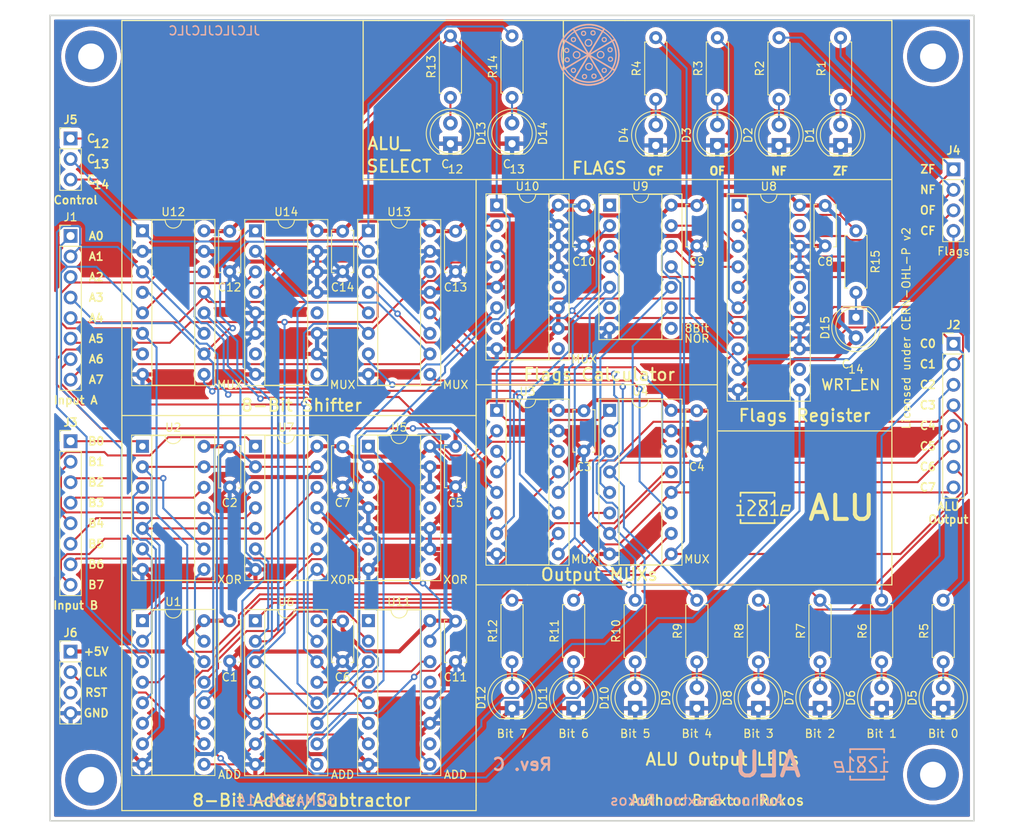
<source format=kicad_pcb>
(kicad_pcb (version 20211014) (generator pcbnew)
  (title_block (title "i281e ALU") (date "2024-05-04") (rev "C") (company "i281e Development Group") (comment 1 "Licensed under CERN-OHL-P v2") (comment 2 "Copyright i281e Development Group 2024"))
  (layers (0 "F.Cu" signal) (31 "B.Cu" signal) (34 "B.Paste" user) (35 "F.Paste" user) (36 "B.SilkS" user "B.Silkscreen") (37 "F.SilkS" user "F.Silkscreen") (38 "B.Mask" user) (39 "F.Mask" user) (44 "Edge.Cuts" user))
  (net 0 "")
  (net 1 "+5V")
  (net 2 "GND")
  (net 3 "Net-(D1-Pad2)")
  (net 4 "Net-(D2-Pad2)")
  (net 5 "Net-(D3-Pad2)")
  (net 6 "Net-(D4-Pad2)")
  (net 7 "Net-(D5-Pad2)")
  (net 8 "Net-(D6-Pad2)")
  (net 9 "Net-(D7-Pad2)")
  (net 10 "Net-(D8-Pad2)")
  (net 11 "Net-(D9-Pad2)")
  (net 12 "Net-(D10-Pad2)")
  (net 13 "Net-(D11-Pad2)")
  (net 14 "Net-(D12-Pad2)")
  (net 15 "Net-(D13-Pad2)")
  (net 16 "Net-(D14-Pad2)")
  (net 17 "Net-(D15-Pad1)")
  (net 18 "/A0")
  (net 19 "/A1")
  (net 20 "/A2")
  (net 21 "/A3")
  (net 22 "/A4")
  (net 23 "/A5")
  (net 24 "/A6")
  (net 25 "/A7")
  (net 26 "/E0")
  (net 27 "/E1")
  (net 28 "/E2")
  (net 29 "/E3")
  (net 30 "/E4")
  (net 31 "/E5")
  (net 32 "/E6")
  (net 33 "/E7")
  (net 34 "/B0")
  (net 35 "/B1")
  (net 36 "/B2")
  (net 37 "/B3")
  (net 38 "/B4")
  (net 39 "/B5")
  (net 40 "/B6")
  (net 41 "/B7")
  (net 42 "/F0")
  (net 43 "/F1")
  (net 44 "/F2")
  (net 45 "/F3")
  (net 46 "/C12")
  (net 47 "/C13")
  (net 48 "/C14")
  (net 49 "/CLK")
  (net 50 "/RESET")
  (net 51 "/D1")
  (net 52 "Net-(U1-Pad2)")
  (net 53 "/D0")
  (net 54 "Net-(U1-Pad6)")
  (net 55 "Net-(U1-Pad9)")
  (net 56 "/D3")
  (net 57 "Net-(U1-Pad11)")
  (net 58 "/D2")
  (net 59 "Net-(U1-Pad15)")
  (net 60 "/C0")
  (net 61 "/C1")
  (net 62 "/C2")
  (net 63 "/C3")
  (net 64 "/C4")
  (net 65 "/D4")
  (net 66 "/C5")
  (net 67 "/D5")
  (net 68 "/D6")
  (net 69 "/C6")
  (net 70 "/D7")
  (net 71 "/C7")
  (net 72 "Net-(U11-Pad9)")
  (net 73 "/CARRY")
  (net 74 "/OF")
  (net 78 "Net-(U11-Pad2)")
  (net 79 "Net-(U11-Pad6)")
  (net 80 "Net-(U6-Pad11)")
  (net 81 "Net-(U11-Pad15)")
  (net 82 "Net-(U8-Pad3)")
  (net 83 "Net-(U10-Pad7)")
  (net 84 "Net-(U10-Pad4)")
  (net 92 "/SHIFT_OUT")
  (footprint "Capacitor_THT:C_Disc_D5.0mm_W2.5mm_P5.00mm" (layer "F.Cu") (at 140.335 57.825 -90)
    (fp_text reference "C10")
    (fp_text value "0.1 µF")
  )
  (footprint "Capacitor_THT:C_Disc_D5.0mm_W2.5mm_P5.00mm" (layer "F.Cu") (at 96.52 87.67 -90)
    (fp_text reference "C2")
    (fp_text value "0.1 µF")
  )
  (footprint "Resistor_THT:R_Axial_DIN0207_L6.3mm_D2.5mm_P7.62mm_Horizontal" (layer "F.Cu") (at 139.065 114.3 90)
    (fp_text reference "R11")
    (fp_text value "330 Ω")
  )
  (footprint "Resistor_THT:R_Axial_DIN0207_L6.3mm_D2.5mm_P7.62mm_Horizontal" (layer "F.Cu") (at 172.085 44.665 90)
    (fp_text reference "R1")
    (fp_text value "330 Ω")
  )
  (footprint "Capacitor_THT:C_Disc_D5.0mm_W2.5mm_P5.00mm" (layer "F.Cu") (at 110.49 87.67 -90)
    (fp_text reference "C7")
    (fp_text value "0.1 µF")
  )
  (footprint "Resistor_THT:R_Axial_DIN0207_L6.3mm_D2.5mm_P7.62mm_Horizontal" (layer "F.Cu") (at 131.445 114.3 90)
    (fp_text reference "R12")
    (fp_text value "330 Ω")
  )
  (footprint "MountingHole:MountingHole_3.2mm_M3_Pad" (layer "F.Cu") (at 79.375 39.37)
    (fp_text reference "REF4")
    (fp_text value "MountingHole_3.2mm_M3_Pad")
  )
  (footprint "Package_DIP:DIP-14_W7.62mm_Socket" (layer "F.Cu") (at 85.725 87.63)
    (fp_text reference "U2")
    (fp_text value "CD74HCT86E")
  )
  (footprint "Connector_PinHeader_2.54mm:PinHeader_1x08_P2.54mm_Vertical" (layer "F.Cu") (at 186.055 74.935)
    (fp_text reference "J2")
    (fp_text value "Conn_01x08_Male")
  )
  (footprint "LED_THT:LED_D5.0mm" (layer "F.Cu") (at 169.545 120.04 90)
    (fp_text reference "D7")
    (fp_text value "LED")
  )
  (footprint "Capacitor_THT:C_Disc_D5.0mm_W2.5mm_P5.00mm" (layer "F.Cu") (at 154.305 83.225 -90)
    (fp_text reference "C4")
    (fp_text value "0.1 µF")
  )
  (footprint "Package_DIP:DIP-16_W7.62mm_Socket" (layer "F.Cu") (at 129.55 83.175)
    (fp_text reference "U3")
    (fp_text value "SN74HCT257N")
  )
  (footprint "Resistor_THT:R_Axial_DIN0207_L6.3mm_D2.5mm_P7.62mm_Horizontal" (layer "F.Cu") (at 149.225 44.665 90)
    (fp_text reference "R4")
    (fp_text value "330 Ω")
  )
  (footprint "LED_THT:LED_D5.0mm" (layer "F.Cu") (at 164.465 50.38 90)
    (fp_text reference "D2")
    (fp_text value "LED")
  )
  (footprint "Connector_PinHeader_2.54mm:PinHeader_1x08_P2.54mm_Vertical" (layer "F.Cu") (at 76.835 86.995)
    (fp_text reference "J3")
    (fp_text value "Conn_01x08_Male")
  )
  (footprint "Capacitor_THT:C_Disc_D5.0mm_W2.5mm_P5.00mm" (layer "F.Cu") (at 124.46 87.63 -90)
    (fp_text reference "C5")
    (fp_text value "0.1 µF")
  )
  (footprint "Connector_PinHeader_2.54mm:PinHeader_1x03_P2.54mm_Vertical" (layer "F.Cu") (at 76.835 49.53)
    (fp_text reference "J5")
    (fp_text value "Conn_01x03_Male")
  )
  (footprint "LED_THT:LED_D5.0mm" (layer "F.Cu") (at 139.065 120.04 90)
    (fp_text reference "D11")
    (fp_text value "LED")
  )
  (footprint "Capacitor_THT:C_Disc_D5.0mm_W2.5mm_P5.00mm" (layer "F.Cu") (at 110.49 109.26 -90)
    (fp_text reference "C6")
    (fp_text value "0.1 µF")
  )
  (footprint "Package_DIP:DIP-16_W7.62mm_Socket" (layer "F.Cu") (at 99.695 109.22)
    (fp_text reference "U6")
    (fp_text value "CD74HCT283E")
  )
  (footprint "Package_DIP:DIP-20_W7.62mm_Socket" (layer "F.Cu") (at 159.395 57.79)
    (fp_text reference "U8")
    (fp_text value "CD74HCT377E")
  )
  (footprint "Capacitor_THT:C_Disc_D5.0mm_W2.5mm_P5.00mm" (layer "F.Cu") (at 154.305 57.825 -90)
    (fp_text reference "C9")
    (fp_text value "0.1 µF")
  )
  (footprint "MountingHole:MountingHole_3.2mm_M3_Pad" (layer "F.Cu") (at 79.375 128.905)
    (fp_text reference "REF3")
    (fp_text value "MountingHole_3.2mm_M3_Pad")
  )
  (footprint "Package_DIP:DIP-16_W7.62mm_Socket" (layer "F.Cu") (at 85.735 60.95)
    (fp_text reference "U12")
    (fp_text value "SN74HCT257N")
  )
  (footprint "Package_DIP:DIP-14_W7.62mm_Socket" (layer "F.Cu") (at 113.675 87.625)
    (fp_text reference "U5")
    (fp_text value "CD74HCT86E")
  )
  (footprint "LED_THT:LED_D5.0mm" (layer "F.Cu") (at 154.305 120.04 90)
    (fp_text reference "D9")
    (fp_text value "LED")
  )
  (footprint "Package_DIP:DIP-16_W7.62mm_Socket" (layer "F.Cu") (at 113.675 60.95)
    (fp_text reference "U13")
    (fp_text value "SN74HCT257N")
  )
  (footprint "Resistor_THT:R_Axial_DIN0207_L6.3mm_D2.5mm_P7.62mm_Horizontal" (layer "F.Cu") (at 146.685 114.3 90)
    (fp_text reference "R10")
    (fp_text value "330 Ω")
  )
  (footprint "Package_DIP:DIP-16_W7.62mm_Socket" (layer "F.Cu") (at 85.735 109.21)
    (fp_text reference "U1")
    (fp_text value "CD74HCT283E")
  )
  (footprint "Capacitor_THT:C_Disc_D5.0mm_W2.5mm_P5.00mm" (layer "F.Cu") (at 110.49 61 -90)
    (fp_text reference "C14")
    (fp_text value "0.1 µF")
  )
  (footprint "LED_THT:LED_D5.0mm" (layer "F.Cu") (at 123.825 50.17 90)
    (fp_text reference "D13")
    (fp_text value "LED")
  )
  (footprint "Capacitor_THT:C_Disc_D5.0mm_W2.5mm_P5.00mm" (layer "F.Cu") (at 140.335 83.225 -90)
    (fp_text reference "C3")
    (fp_text value "0.1 µF")
  )
  (footprint "Resistor_THT:R_Axial_DIN0207_L6.3mm_D2.5mm_P7.62mm_Horizontal" (layer "F.Cu") (at 156.845 44.665 90)
    (fp_text reference "R3")
    (fp_text value "330 Ω")
  )
  (footprint "LED_THT:LED_D5.0mm" (layer "F.Cu") (at 131.445 50.165 90)
    (fp_text reference "D14")
    (fp_text value "LED")
  )
  (footprint "Resistor_THT:R_Axial_DIN0207_L6.3mm_D2.5mm_P7.62mm_Horizontal" (layer "F.Cu") (at 161.925 114.3 90)
    (fp_text reference "R8")
    (fp_text value "330 Ω")
  )
  (footprint "Resistor_THT:R_Axial_DIN0207_L6.3mm_D2.5mm_P7.62mm_Horizontal" (layer "F.Cu") (at 123.825 44.45 90)
    (fp_text reference "R13")
    (fp_text value "330 Ω")
  )
  (footprint "LED_THT:LED_D5.0mm" (layer "F.Cu") (at 156.845 50.385 90)
    (fp_text reference "D3")
    (fp_text value "LED")
  )
  (footprint "Package_DIP:DIP-16_W7.62mm_Socket" (layer "F.Cu") (at 99.705 60.95)
    (fp_text reference "U14")
    (fp_text value "SN74HCT257N")
  )
  (footprint "MountingHole:MountingHole_3.2mm_M3_Pad" (layer "F.Cu") (at 183.515 39.37)
    (fp_text reference "REF1")
    (fp_text value "MountingHole_3.2mm_M3_Pad")
  )
  (footprint "Connector_PinHeader_2.54mm:PinHeader_1x08_P2.54mm_Vertical" (layer "F.Cu") (at 76.835 61.595)
    (fp_text reference "J1")
    (fp_text value "Conn_01x08_Male")
  )
  (footprint "Resistor_THT:R_Axial_DIN0207_L6.3mm_D2.5mm_P7.62mm_Horizontal" (layer "F.Cu") (at 177.165 114.3 90)
    (fp_text reference "R6")
    (fp_text value "330 Ω")
  )
  (footprint "Capacitor_THT:C_Disc_D5.0mm_W2.5mm_P5.00mm" (layer "F.Cu") (at 124.46 61 -90)
    (fp_text reference "C13")
    (fp_text value "0.1 µF")
  )
  (footprint "Symbol:i281e_logo" (layer "F.Cu") (at 162.56 95.25)
    (fp_text reference "G1" hide)
    (fp_text value "LOGO" hide)
  )
  (footprint "LED_THT:LED_D5.0mm" (layer "F.Cu") (at 172.085 50.38 90)
    (fp_text reference "D1")
    (fp_text value "LED")
  )
  (footprint "Package_DIP:DIP-16_W7.62mm_Socket" (layer "F.Cu") (at 143.52 83.175)
    (fp_text reference "U4")
    (fp_text value "SN74HCT257N")
  )
  (footprint "Capacitor_THT:C_Disc_D5.0mm_W2.5mm_P5.00mm" (layer "F.Cu") (at 96.52 61 -90)
    (fp_text reference "C12")
    (fp_text value "0.1 µF")
  )
  (footprint "Resistor_THT:R_Axial_DIN0207_L6.3mm_D2.5mm_P7.62mm_Horizontal" (layer "F.Cu") (at 131.445 44.45 90)
    (fp_text reference "R14")
    (fp_text value "330 Ω")
  )
  (footprint "Connector_PinHeader_2.54mm:PinHeader_1x04_P2.54mm_Vertical" (layer "F.Cu") (at 186.055 53.34)
    (fp_text reference "J4")
    (fp_text value "Conn_01x04_Male")
  )
  (footprint "Connector_PinHeader_2.54mm:PinHeader_1x04_P2.54mm_Vertical" (layer "F.Cu") (at 76.835 113.04)
    (fp_text reference "J6")
    (fp_text value "Conn_01x04_Male")
  )
  (footprint "Capacitor_THT:C_Disc_D5.0mm_W2.5mm_P5.00mm" (layer "F.Cu") (at 96.52 109.22 -90)
    (fp_text reference "C1")
    (fp_text value "0.1 µF")
  )
  (footprint "Package_DIP:DIP-14_W7.62mm_Socket" (layer "F.Cu") (at 99.705 87.625)
    (fp_text reference "U7")
    (fp_text value "CD74HCT86E")
  )
  (footprint "LED_THT:LED_D5.0mm" (layer "F.Cu") (at 149.225 50.385 90)
    (fp_text reference "D4")
    (fp_text value "LED")
  )
  (footprint "Resistor_THT:R_Axial_DIN0207_L6.3mm_D2.5mm_P7.62mm_Horizontal" (layer "F.Cu") (at 173.99 68.58 90)
    (fp_text reference "R15")
    (fp_text value "330 Ω")
  )
  (footprint "LED_THT:LED_D5.0mm" (layer "F.Cu") (at 173.99 71.65 -90)
    (fp_text reference "D15")
    (fp_text value "LED")
  )
  (footprint "Resistor_THT:R_Axial_DIN0207_L6.3mm_D2.5mm_P7.62mm_Horizontal" (layer "F.Cu") (at 184.785 114.3 90)
    (fp_text reference "R5")
    (fp_text value "330 Ω")
  )
  (footprint "Package_DIP:DIP-16_W7.62mm_Socket" (layer "F.Cu") (at 129.55 57.775)
    (fp_text reference "U10")
    (fp_text value "SN74HCT257N")
  )
  (footprint "Resistor_THT:R_Axial_DIN0207_L6.3mm_D2.5mm_P7.62mm_Horizontal" (layer "F.Cu") (at 164.465 44.665 90)
    (fp_text reference "R2")
    (fp_text value "330 Ω")
  )
  (footprint "Resistor_THT:R_Axial_DIN0207_L6.3mm_D2.5mm_P7.62mm_Horizontal" (layer "F.Cu") (at 169.545 114.3 90)
    (fp_text reference "R7")
    (fp_text value "330 Ω")
  )
  (footprint "LED_THT:LED_D5.0mm" (layer "F.Cu") (at 131.445 120.04 90)
    (fp_text reference "D12")
    (fp_text value "LED")
  )
  (footprint "Package_DIP:DIP-16_W7.62mm_Socket" (layer "F.Cu") (at 113.675 109.21)
    (fp_text reference "U11")
    (fp_text value "CD74HCT283E")
  )
  (footprint "Resistor_THT:R_Axial_DIN0207_L6.3mm_D2.5mm_P7.62mm_Horizontal" (layer "F.Cu") (at 154.305 114.3 90)
    (fp_text reference "R9")
    (fp_text value "330 Ω")
  )
  (footprint "Capacitor_THT:C_Disc_D5.0mm_W2.5mm_P5.00mm" (layer "F.Cu") (at 124.46 109.26 -90)
    (fp_text reference "C11")
    (fp_text value "0.1 µF")
  )
  (footprint "Package_DIP:DIP-14_W7.62mm_Socket" (layer "F.Cu") (at 143.52 57.78)
    (fp_text reference "U9")
    (fp_text value "CD4078BE")
  )
  (footprint "LED_THT:LED_D5.0mm" (layer "F.Cu") (at 177.165 120.04 90)
    (fp_text reference "D6")
    (fp_text value "LED")
  )
  (footprint "MountingHole:MountingHole_3.2mm_M3_Pad" (layer "F.Cu") (at 183.515 128.27)
    (fp_text reference "REF2")
    (fp_text value "MountingHole_3.2mm_M3_Pad")
  )
  (footprint "Capacitor_THT:C_Disc_D5.0mm_W2.5mm_P5.00mm" (layer "F.Cu") (at 170.18 57.825 -90)
    (fp_text reference "C8")
    (fp_text value "0.1 µF")
  )
  (footprint "LED_THT:LED_D5.0mm" (layer "F.Cu") (at 161.925 120.04 90)
    (fp_text reference "D8")
    (fp_text value "LED")
  )
  (footprint "LED_THT:LED_D5.0mm" (layer "F.Cu") (at 184.785 120.04 90)
    (fp_text reference "D5")
    (fp_text value "LED")
  )
  (footprint "LED_THT:LED_D5.0mm" (layer "F.Cu") (at 146.685 120.04 90)
    (fp_text reference "D10")
    (fp_text value "LED")
  )
  (footprint "Symbol:i281e_logo" (layer "B.Cu") (at 174.625 127 180)
    (fp_text reference "G***" hide)
    (fp_text value "LOGO" hide)
  )
  (gr_line (start 140.9319 39.1287) (end 142.8369 35.9537) (layer "B.SilkS") (width 0.2))
  (gr_circle (center 139.0396 41.0972) (end 139.2936 41.0972) (layer "B.SilkS") (width 0.15) (fill none))
  (gr_circle (center 141.5796 41.8084) (end 141.3256 41.8084) (layer "B.SilkS") (width 0.15) (fill none))
  (gr_circle (center 140.97 40.64) (end 140.5636 40.64) (layer "B.SilkS") (width 0.15) (fill none))
  (gr_line (start 140.9319 39.1287) (end 139.0269 35.9537) (layer "B.SilkS") (width 0.2))
  (gr_arc (start 137.7061 37.2491) (mid 138.275062 36.505745) (end 139.011054 35.92729) (layer "B.SilkS") (width 0.15))
  (gr_circle (center 139.0396 37.2872) (end 139.2936 37.2872) (layer "B.SilkS") (width 0.15) (fill none))
  (gr_line (start 140.8811 39.1541) (end 137.7061 41.0591) (layer "B.SilkS") (width 0.2))
  (gr_circle (center 140.9446 39.1922) (end 142.641265 36.263) (layer "B.SilkS") (width 0.15) (fill none))
  (gr_arc (start 142.8496 42.3672) (mid 140.9446 42.894854) (end 139.0396 42.3672) (layer "B.SilkS") (width 0.2))
  (gr_circle (center 138.2649 39.7891) (end 138.2649 39.5351) (layer "B.SilkS") (width 0.15) (fill none))
  (gr_line (start 140.9446 39.1922) (end 142.8496 42.3672) (layer "B.SilkS") (width 0.2))
  (gr_circle (center 142.8496 41.0972) (end 143.1036 41.0972) (layer "B.SilkS") (width 0.15) (fill none))
  (gr_arc (start 139.0269 35.9537) (mid 140.9319 35.426046) (end 142.8369 35.9537) (layer "B.SilkS") (width 0.2))
  (gr_circle (center 142.4051 39.1541) (end 142.4051 39.5605) (layer "B.SilkS") (width 0.15) (fill none))
  (gr_line (start 140.8811 39.1541) (end 137.7061 37.2491) (layer "B.SilkS") (width 0.2))
  (gr_circle (center 142.8496 37.2872) (end 143.1036 37.2872) (layer "B.SilkS") (width 0.15) (fill none))
  (gr_circle (center 140.2969 36.5125) (end 140.5509 36.5125) (layer "B.SilkS") (width 0.15) (fill none))
  (gr_line (start 140.9573 39.1795) (end 144.1323 37.2745) (layer "B.SilkS") (width 0.2))
  (gr_circle (center 140.4112 41.8592) (end 140.1572 41.8592) (layer "B.SilkS") (width 0.15) (fill none))
  (gr_circle (center 143.6243 39.7129) (end 143.6243 39.9669) (layer "B.SilkS") (width 0.15) (fill none))
  (gr_arc (start 143.8275 37.4777) (mid 144.294088 39.183901) (end 143.823 40.888865) (layer "B.SilkS") (width 0.15))
  (gr_arc (start 138.0109 40.8559) (mid 137.544312 39.149699) (end 138.0154 37.444735) (layer "B.SilkS") (width 0.15))
  (gr_arc (start 144.1323 37.2745) (mid 144.659954 39.1795) (end 144.1323 41.0845) (layer "B.SilkS") (width 0.2))
  (gr_arc (start 142.6464 42.0624) (mid 140.940199 42.528988) (end 139.235235 42.0579) (layer "B.SilkS") (width 0.15))
  (gr_arc (start 139.2301 36.2585) (mid 140.936301 35.791912) (end 142.641265 36.263) (layer "B.SilkS") (width 0.15))
  (gr_circle (center 140.9065 37.6809) (end 141.3129 37.6809) (layer "B.SilkS") (width 0.15) (fill none))
  (gr_line (start 140.9573 39.1795) (end 144.1323 41.0845) (layer "B.SilkS") (width 0.2))
  (gr_arc (start 137.7061 41.0591) (mid 137.178446 39.1541) (end 137.7061 37.2491) (layer "B.SilkS") (width 0.2))
  (gr_line (start 140.9446 39.1922) (end 139.0396 42.3672) (layer "B.SilkS") (width 0.2))
  (gr_circle (center 139.4333 39.1795) (end 139.4333 38.7731) (layer "B.SilkS") (width 0.15) (fill none))
  (gr_circle (center 138.2141 38.6207) (end 138.2141 38.3667) (layer "B.SilkS") (width 0.15) (fill none))
  (gr_circle (center 140.9446 39.1922) (end 137.7061 41.0591) (layer "B.SilkS") (width 0.15) (fill none))
  (gr_circle (center 143.5735 38.5445) (end 143.5735 38.7985) (layer "B.SilkS") (width 0.15) (fill none))
  (gr_circle (center 141.4653 36.4617) (end 141.7193 36.4617) (layer "B.SilkS") (width 0.15) (fill none))
  (gr_line (start 113.03 34.925) (end 114.935 34.925) (layer "F.SilkS") (width 0.15))
  (gr_line (start 145.415 34.925) (end 114.935 34.925) (layer "F.SilkS") (width 0.15))
  (gr_line (start 83.185 130.81) (end 83.185 125.73) (layer "F.SilkS") (width 0.15))
  (gr_line (start 127 79.375) (end 127 125.73) (layer "F.SilkS") (width 0.15))
  (gr_line (start 83.185 130.81) (end 83.185 132.715) (layer "F.SilkS") (width 0.15))
  (gr_line (start 114.935 54.61) (end 113.03 54.61) (layer "F.SilkS") (width 0.15))
  (gr_line (start 145.415 34.925) (end 178.435 34.925) (layer "F.SilkS") (width 0.15))
  (gr_line (start 156.845 85.725) (end 178.435 85.725) (layer "F.SilkS") (width 0.15))
  (gr_line (start 133.35 54.61) (end 132.715 54.61) (layer "F.SilkS") (width 0.15))
  (gr_line (start 127 54.61) (end 127 80.01) (layer "F.SilkS") (width 0.15))
  (gr_line (start 178.435 54.61) (end 133.35 54.61) (layer "F.SilkS") (width 0.15))
  (gr_line (start 156.845 104.775) (end 156.845 54.61) (layer "F.SilkS") (width 0.15))
  (gr_line (start 83.185 83.82) (end 127 83.82) (layer "F.SilkS") (width 0.15))
  (gr_line (start 178.435 54.61) (end 178.435 102.235) (layer "F.SilkS") (width 0.15))
  (gr_line (start 133.35 104.775) (end 127 104.775) (layer "F.SilkS") (width 0.15))
  (gr_line (start 83.185 34.925) (end 83.185 57.15) (layer "F.SilkS") (width 0.15))
  (gr_line (start 113.03 34.925) (end 113.03 54.61) (layer "F.SilkS") (width 0.15))
  (gr_line (start 83.185 125.73) (end 83.185 79.375) (layer "F.SilkS") (width 0.15))
  (gr_line (start 127 130.81) (end 127 132.715) (layer "F.SilkS") (width 0.15))
  (gr_line (start 178.435 102.235) (end 178.435 104.775) (layer "F.SilkS") (width 0.15))
  (gr_line (start 113.03 34.925) (end 83.185 34.925) (layer "F.SilkS") (width 0.15))
  (gr_line (start 137.795 54.61) (end 137.795 34.925) (layer "F.SilkS") (width 0.15))
  (gr_line (start 127 125.73) (end 127 130.81) (layer "F.SilkS") (width 0.15))
  (gr_line (start 127 80.01) (end 156.845 80.01) (layer "F.SilkS") (width 0.15))
  (gr_line (start 83.185 79.375) (end 83.185 57.15) (layer "F.SilkS") (width 0.15))
  (gr_line (start 114.935 54.61) (end 132.715 54.61) (layer "F.SilkS") (width 0.15))
  (gr_line (start 178.435 104.775) (end 133.35 104.775) (layer "F.SilkS") (width 0.15))
  (gr_line (start 178.435 34.925) (end 178.435 54.61) (layer "F.SilkS") (width 0.15))
  (gr_line (start 127 132.715) (end 83.185 132.715) (layer "F.SilkS") (width 0.15))
  (gr_rect (start 74.295 34.29) (end 188.595 133.985) (layer "Edge.Cuts") (width 0.2) (fill none))
  (gr_text "ALU " (at 161.925 127) (layer "B.SilkS") (effects (font (size 3 3) (thickness 0.5)) (justify mirror)))
  (gr_text "Rev. C" (at 132.715 127) (layer "B.SilkS") (effects (font (size 1.5 1.5) (thickness 0.3)) (justify mirror)))
  (gr_text "JLCJLCJLCJLC" (at 94.615 36.195) (layer "B.SilkS") (effects (font (size 1.1 1.1) (thickness 0.18)) (justify mirror)))
  (gr_text "Author: Braxton Rokos" (at 154.305 131.445) (layer "B.SilkS") (effects (font (size 1.27 1.27) (thickness 0.211)) (justify mirror)))
  (gr_text "SDMAY24-14" (at 103.505 131.445) (layer "B.SilkS") (effects (font (size 1.25 1.25) (thickness 0.208)) (justify mirror)))
  (gr_text "C" (at 130.81 52.705) (layer "F.SilkS") (effects (font (size 1 1))))
  (gr_text "Output MUXs" (at 142.24 103.505) (layer "F.SilkS") (effects (font (size 1.5 1.5) (thickness 0.25))))
  (gr_text "Flags Calculator" (at 142.24 78.74) (layer "F.SilkS") (effects (font (size 1.5 1.5) (thickness 0.25))))
  (gr_text "B0" (at 80.01 86.995) (layer "F.SilkS") (effects (font (size 1 1) (thickness 0.2))))
  (gr_text "Bit 7" (at 131.445 123.19) (layer "F.SilkS") (effects (font (size 1 1))))
  (gr_text "MUX" (at 154.305 101.6) (layer "F.SilkS") (effects (font (size 1 1))))
  (gr_text "RST\n" (at 80.01 118.11) (layer "F.SilkS") (effects (font (size 1 1) (thickness 0.2))))
  (gr_text "C4" (at 182.88 85.08) (layer "F.SilkS") (effects (font (size 1 1) (thickness 0.2))))
  (gr_text "C\n" (at 79.375 49.53) (layer "F.SilkS") (effects (font (size 1 1) (thickness 0.2))))
  (gr_text "ADD" (at 96.52 128.27) (layer "F.SilkS") (effects (font (size 1 1))))
  (gr_text "SELECT" (at 117.475 52.959) (layer "F.SilkS") (effects (font (size 1.5 1.5) (thickness 0.25))))
  (gr_text "A1" (at 80.01 64.135) (layer "F.SilkS") (effects (font (size 1 1) (thickness 0.2))))
  (gr_text "Input A" (at 77.47 81.915) (layer "F.SilkS") (effects (font (size 1 1) (thickness 0.2))))
  (gr_text "B5" (at 80.007139 99.7093) (layer "F.SilkS") (effects (font (size 1 1) (thickness 0.2))))
  (gr_text "MUX" (at 140.335 76.835) (layer "F.SilkS") (effects (font (size 1 1))))
  (gr_text "B4" (at 80.01 97.155) (layer "F.SilkS") (effects (font (size 1 1) (thickness 0.2))))
  (gr_text "C\n" (at 123.19 52.705) (layer "F.SilkS") (effects (font (size 1 1))))
  (gr_text "ADD" (at 124.46 128.27) (layer "F.SilkS") (effects (font (size 1 1))))
  (gr_text "OF" (at 156.845 53.555) (layer "F.SilkS") (effects (font (size 1 1) (thickness 0.25))))
  (gr_text "8Bit" (at 154.305 73.025) (layer "F.SilkS") (effects (font (size 1 1))))
  (gr_text "B1" (at 80.01 89.535) (layer "F.SilkS") (effects (font (size 1 1) (thickness 0.2))))
  (gr_text "Flags" (at 186.055 63.49) (layer "F.SilkS") (effects (font (size 1 1))))
  (gr_text "13\n" (at 132.08 53.34) (layer "F.SilkS") (effects (font (size 1 1))))
  (gr_text "B6" (at 80.01 102.235) (layer "F.SilkS") (effects (font (size 1 1) (thickness 0.2))))
  (gr_text "MUX" (at 96.52 80.01) (layer "F.SilkS") (effects (font (size 1 1))))
  (gr_text "ADD" (at 110.49 128.27) (layer "F.SilkS") (effects (font (size 1 1))))
  (gr_text "FLAGS" (at 142.24 53.213) (layer "F.SilkS") (effects (font (size 1.5 1.5) (thickness 0.25))))
  (gr_text "C7\n" (at 182.88 92.7) (layer "F.SilkS") (effects (font (size 1 1) (thickness 0.2))))
  (gr_text "Licensed under CERN-OHL-P v2" (at 180.213 73.00875 90) (layer "F.SilkS") (effects (font (size 1 1))))
  (gr_text "13\n" (at 80.645 52.705) (layer "F.SilkS") (effects (font (size 1 1) (thickness 0.2))))
  (gr_text "Bit 2" (at 169.545 123.19) (layer "F.SilkS") (effects (font (size 1 1))))
  (gr_text "GND" (at 80.01 120.65) (layer "F.SilkS") (effects (font (size 1 1) (thickness 0.2))))
  (gr_text "XOR" (at 110.49 104.14) (layer "F.SilkS") (effects (font (size 1 1))))
  (gr_text "ZF" (at 182.88 53.33) (layer "F.SilkS") (effects (font (size 1 1) (thickness 0.2))))
  (gr_text "XOR" (at 96.52 104.14) (layer "F.SilkS") (effects (font (size 1 1))))
  (gr_text "A4" (at 80.01 71.755) (layer "F.SilkS") (effects (font (size 1 1) (thickness 0.2))))
  (gr_text "C" (at 172.72 77.47) (layer "F.SilkS") (effects (font (size 1 1))))
  (gr_text "MUX" (at 140.335 101.6) (layer "F.SilkS") (effects (font (size 1 1))))
  (gr_text "OF" (at 182.88 58.41) (layer "F.SilkS") (effects (font (size 1 1) (thickness 0.2))))
  (gr_text "WRT_EN" (at 173.355 80.01) (layer "F.SilkS") (effects (font (size 1.3 1.3) (thickness 0.2))))
  (gr_text "NF" (at 164.465 53.555) (layer "F.SilkS") (effects (font (size 1 1) (thickness 0.25))))
  (gr_text "A3" (at 80.01 69.215) (layer "F.SilkS") (effects (font (size 1 1) (thickness 0.2))))
  (gr_text "C3" (at 182.88 82.54) (layer "F.SilkS") (effects (font (size 1 1) (thickness 0.2))))
  (gr_text "ALU_" (at 116.205 50.165) (layer "F.SilkS") (effects (font (size 1.5 1.5) (thickness 0.25))))
  (gr_text "8-Bit Adder/Subtractor" (at 105.41 131.445) (layer "F.SilkS") (effects (font (size 1.5 1.5) (thickness 0.25))))
  (gr_text "C" (at 79.375 54.61) (layer "F.SilkS") (effects (font (size 1 1) (thickness 0.2))))
  (gr_text "12\n" (at 124.46 53.34) (layer "F.SilkS") (effects (font (size 1 1))))
  (gr_text "NOR" (at 154.305 74.295) (layer "F.SilkS") (effects (font (size 1 1))))
  (gr_text "Bit 0" (at 184.785 123.19) (layer "F.SilkS") (effects (font (size 1 1))))
  (gr_text "Bit 6" (at 139.065 123.19) (layer "F.SilkS") (effects (font (size 1 1))))
  (gr_text "Bit 5" (at 146.685 123.19) (layer "F.SilkS") (effects (font (size 1 1))))
  (gr_text "Bit 3" (at 161.925 123.19) (layer "F.SilkS") (effects (font (size 1 1))))
  (gr_text "C" (at 79.375 52.07) (layer "F.SilkS") (effects (font (size 1 1) (thickness 0.2))))
  (gr_text "Control" (at 77.47 57.15) (layer "F.SilkS") (effects (font (size 1 1) (thickness 0.2))))
  (gr_text "ZF" (at 172.085 53.555) (layer "F.SilkS") (effects (font (size 1 1) (thickness 0.25))))
  (gr_text "C5" (at 182.88 87.62) (layer "F.SilkS") (effects (font (size 1 1) (thickness 0.2))))
  (gr_text "A6" (at 80.01 76.835) (layer "F.SilkS") (effects (font (size 1 1) (thickness 0.2))))
  (gr_text "Input B" (at 77.47 107.315) (layer "F.SilkS") (effects (font (size 1 1) (thickness 0.2))))
  (gr_text "CF" (at 149.225 53.555) (layer "F.SilkS") (effects (font (size 1 1) (thickness 0.25))))
  (gr_text "MUX" (at 110.49 80.01) (layer "F.SilkS") (effects (font (size 1 1))))
  (gr_text "CF" (at 182.88 60.95) (layer "F.SilkS") (effects (font (size 1 1) (thickness 0.2))))
  (gr_text "ALU\nOutput" (at 185.42 95.875) (layer "F.SilkS") (effects (font (size 1 1) (thickness 0.2))))
  (gr_text "C1\n" (at 182.88 77.46) (layer "F.SilkS") (effects (font (size 1 1) (thickness 0.2))))
  (gr_text "Author: Braxton Rokos" (at 156.845 131.445) (layer "F.SilkS") (effects (font (size 1.27 1.27) (thickness 0.211))))
  (gr_text "B2" (at 80.01 92.075) (layer "F.SilkS") (effects (font (size 1 1) (thickness 0.2))))
  (gr_text "Bit 1" (at 177.165 123.19) (layer "F.SilkS") (effects (font (size 1 1))))
  (gr_text "CLK" (at 80.01 115.57) (layer "F.SilkS") (effects (font (size 1 1) (thickness 0.2))))
  (gr_text "B3" (at 80.01 94.615) (layer "F.SilkS") (effects (font (size 1 1) (thickness 0.2))))
  (gr_text "MUX" (at 124.46 80.01) (layer "F.SilkS") (effects (font (size 1 1))))
  (gr_text "NF" (at 182.88 55.87) (layer "F.SilkS") (effects (font (size 1 1) (thickness 0.2))))
  (gr_text "A7" (at 80.01 79.375) (layer "F.SilkS") (effects (font (size 1 1) (thickness 0.2))))
  (gr_text "+5V" (at 80.01 113.03) (layer "F.SilkS") (effects (font (size 1 1) (thickness 0.2))))
  (gr_text "A0" (at 80.01 61.595) (layer "F.SilkS") (effects (font (size 1 1) (thickness 0.2))))
  (gr_text "12\n" (at 80.645 50.165) (layer "F.SilkS") (effects (font (size 1 1) (thickness 0.2))))
  (gr_text "8-Bit Shifter" (at 105.41 82.55) (layer "F.SilkS") (effects (font (size 1.5 1.5) (thickness 0.25))))
  (gr_text "B7" (at 80.01 104.775) (layer "F.SilkS") (effects (font (size 1 1) (thickness 0.2))))
  (gr_text "C6" (at 182.88 90.16) (layer "F.SilkS") (effects (font (size 1 1) (thickness 0.2))))
  (gr_text "ALU Output LEDs" (at 157.48 126.365) (layer "F.SilkS") (effects (font (size 1.5 1.5) (thickness 0.25))))
  (gr_text "14\n" (at 173.99 78.105) (layer "F.SilkS") (effects (font (size 1 1))))
  (gr_text "A5" (at 80.007139 74.3093) (layer "F.SilkS") (effects (font (size 1 1) (thickness 0.2))))
  (gr_text "A2" (at 80.01 66.675) (layer "F.SilkS") (effects (font (size 1 1) (thickness 0.2))))
  (gr_text "Flags Register" (at 167.64 83.82) (layer "F.SilkS") (effects (font (size 1.5 1.5) (thickness 0.25))))
  (gr_text "C0" (at 182.88 74.92) (layer "F.SilkS") (effects (font (size 1 1) (thickness 0.2))))
  (gr_text "XOR" (at 124.46 104.14) (layer "F.SilkS") (effects (font (size 1 1))))
  (gr_text "Bit 4" (at 154.305 123.19) (layer "F.SilkS") (effects (font (size 1 1))))
  (gr_text "14\n" (at 80.645 55.245) (layer "F.SilkS") (effects (font (size 1 1) (thickness 0.2))))
  (gr_text "ALU " (at 173.355 95.25) (layer "F.SilkS") (effects (font (size 3 3) (thickness 0.5))))
  (gr_text "C2\n" (at 182.88 80) (layer "F.SilkS") (effects (font (size 1 1) (thickness 0.2))))
  (segment (start 93.345 87.63) (end 96.48 87.63) (width 0.5) (layer "F.Cu") (net 1))
  (segment (start 76.835 113.04) (end 76.855 113.02) (width 0.5) (layer "F.Cu") (net 1))
  (segment (start 107.315 109.22) (end 107.355 109.26) (width 0.5) (layer "F.Cu") (net 1))
  (segment (start 110.49 87.67) (end 110.445 87.625) (width 0.5) (layer "F.Cu") (net 1))
  (segment (start 124.46 109.26) (end 124.41 109.21) (width 0.5) (layer "F.Cu") (net 1))
  (segment (start 76.855 113.02) (end 89.545 113.02) (width 0.5) (layer "F.Cu") (net 1))
  (segment (start 113.1564 113.0019) (end 117.5031 113.0019) (width 0.5) (layer "F.Cu") (net 1))
  (segment (start 117.5031 113.0019) (end 121.295 109.21) (width 0.5) (layer "F.Cu") (net 1))
  (segment (start 96.48 87.63) (end 96.52 87.67) (width 0.5) (layer "F.Cu") (net 1))
  (segment (start 137.22 83.225) (end 137.17 83.175) (width 0.5) (layer "F.Cu") (net 1))
  (segment (start 167.05 57.825) (end 167.015 57.79) (width 0.5) (layer "F.Cu") (net 1))
  (segment (start 149.87 59.05) (end 141.56 59.05) (width 0.5) (layer "F.Cu") (net 1))
  (segment (start 121.295 87.625) (end 120.025 88.895) (width 0.5) (layer "F.Cu") (net 1))
  (segment (start 165.7631 56.5381) (end 155.5919 56.5381) (width 0.5) (layer "F.Cu") (net 1))
  (segment (start 160.0516 83.225) (end 154.305 83.225) (width 0.5) (layer "F.Cu") (net 1))
  (segment (start 154.305 83.225) (end 151.19 83.225) (width 0.5) (layer "F.Cu") (net 1))
  (segment (start 93.405 61) (end 93.355 60.95) (width 0.5) (layer "F.Cu") (net 1))
  (segment (start 141.56 59.05) (end 140.335 57.825) (width 0.5) (layer "F.Cu") (net 1))
  (segment (start 154.305 57.825) (end 154.26 57.78) (width 0.5) (layer "F.Cu") (net 1))
  (segment (start 154.26 57.78) (end 151.14 57.78) (width 0.5) (layer "F.Cu") (net 1))
  (segment (start 124.46 85.9974) (end 128.5343 81.9231) (width 0.5) (layer "F.Cu") (net 1))
  (segment (start 151.19 83.225) (end 151.14 83.175) (width 0.5) (layer "F.Cu") (net 1))
  (segment (start 110.49 110.3355) (end 113.1564 113.0019) (width 0.5) (layer "F.Cu") (net 1))
  (segment (start 89.545 113.02) (end 93.355 109.21) (width 0.5) (layer "F.Cu") (net 1))
  (segment (start 141.6523 81.9077) (end 149.8727 81.9077) (width 0.5) (layer "F.Cu") (net 1))
  (segment (start 96.52 61) (end 93.405 61) (width 0.5) (layer "F.Cu") (net 1))
  (segment (start 106.055 88.895) (end 97.745 88.895) (width 0.5) (layer "F.Cu") (net 1))
  (segment (start 106.0731 59.6981) (end 97.8219 59.6981) (width 0.5) (layer "F.Cu") (net 1))
  (segment (start 170.18 57.825) (end 167.05 57.825) (width 0.5) (layer "F.Cu") (net 1))
  (segment (start 110.445 87.625) (end 107.325 87.625) (width 0.5) (layer "F.Cu") (net 1))
  (segment (start 96.52 109.22) (end 93.365 109.22) (width 0.5) (layer "F.Cu") (net 1))
  (segment (start 131.58 81.9231) (end 132.8319 83.175) (width 0.5) (layer "F.Cu") (net 1))
  (segment (start 155.5919 56.5381) (end 154.305 57.825) (width 0.5) (layer "F.Cu") (net 1))
  (segment (start 137.17 57.775) (end 135.9001 59.0449) (width 0.5) (layer "F.Cu") (net 1))
  (segment (start 121.345 61) (end 121.295 60.95) (width 0.5) (layer "F.Cu") (net 1))
  (segment (start 120.025 88.895) (end 111.715 88.895) (width 0.5) (layer "F.Cu") (net 1))
  (segment (start 171.34 76.84) (end 166.4366 76.84) (width 0.5) (layer "F.Cu") (net 1))
  (segment (start 124.41 109.21) (end 121.295 109.21) (width 0.5) (layer "F.Cu") (net 1))
  (segment (start 166.4366 76.84) (end 160.0516 83.225) (width 0.5) (layer "F.Cu") (net 1))
  (segment (start 124.46 87.63) (end 124.46 85.9974) (width 0.5) (layer "F.Cu") (net 1))
  (segment (start 110.49 109.26) (end 110.49 110.3355) (width 0.5) (layer "F.Cu") (net 1))
  (segment (start 107.325 60.95) (end 106.0731 59.6981) (width 0.5) (layer "F.Cu") (net 1))
  (segment (start 121.295 60.95) (end 120.0431 59.6981) (width 0.5) (layer "F.Cu") (net 1))
  (segment (start 128.5343 81.9231) (end 131.58 81.9231) (width 0.5) (layer "F.Cu") (net 1))
  (segment (start 140.335 83.225) (end 141.6523 81.9077) (width 0.5) (layer "F.Cu") (net 1))
  (segment (start 111.715 88.895) (end 110.49 87.67) (width 0.5) (layer "F.Cu") (net 1))
  (segment (start 97.745 88.895) (end 96.52 87.67) (width 0.5) (layer "F.Cu") (net 1))
  (segment (start 167.015 57.79) (end 165.7631 56.5381) (width 0.5) (layer "F.Cu") (net 1))
  (segment (start 111.7919 59.6981) (end 110.49 61) (width 0.5) (layer "F.Cu") (net 1))
  (segment (start 110.49 61) (end 110.44 60.95) (width 0.5) (layer "F.Cu") (net 1))
  (segment (start 93.365 109.22) (end 93.355 109.21) (width 0.5) (layer "F.Cu") (net 1))
  (segment (start 135.9001 59.0449) (end 126.4151 59.0449) (width 0.5) (layer "F.Cu") (net 1))
  (segment (start 124.46 61) (end 121.345 61) (width 0.5) (layer "F.Cu") (net 1))
  (segment (start 120.0431 59.6981) (end 111.7919 59.6981) (width 0.5) (layer "F.Cu") (net 1))
  (segment (start 149.8727 81.9077) (end 151.14 83.175) (width 0.5) (layer "F.Cu") (net 1))
  (segment (start 107.355 109.26) (end 110.49 109.26) (width 0.5) (layer "F.Cu") (net 1))
  (segment (start 107.325 87.625) (end 106.055 88.895) (width 0.5) (layer "F.Cu") (net 1))
  (segment (start 126.4151 59.0449) (end 124.46 61) (width 0.5) (layer "F.Cu") (net 1))
  (segment (start 140.335 83.225) (end 137.22 83.225) (width 0.5) (layer "F.Cu") (net 1))
  (segment (start 97.8219 59.6981) (end 96.52 61) (width 0.5) (layer "F.Cu") (net 1))
  (segment (start 110.44 60.95) (end 107.325 60.95) (width 0.5) (layer "F.Cu") (net 1))
  (segment (start 132.8319 83.175) (end 137.17 83.175) (width 0.5) (layer "F.Cu") (net 1))
  (segment (start 173.99 74.19) (end 171.34 76.84) (width 0.5) (layer "F.Cu") (net 1))
  (segment (start 151.14 57.78) (end 149.87 59.05) (width 0.5) (layer "F.Cu") (net 1))
  (segment (start 95.2262 88.9638) (end 96.52 87.67) (width 0.5) (layer "B.Cu") (net 1))
  (segment (start 173.99 74.19) (end 171.8954 72.0954) (width 0.5) (layer "B.Cu") (net 1))
  (segment (start 171.8954 59.5404) (end 170.18 57.825) (width 0.5) (layer "B.Cu") (net 1))
  (segment (start 124.46 87.63) (end 124.455 87.625) (width 0.5) (layer "B.Cu") (net 1))
  (segment (start 96.52 109.22) (end 95.5175 108.2175) (width 0.5) (layer "B.Cu") (net 1))
  (segment (start 140.335 57.825) (end 137.22 57.825) (width 0.5) (layer "B.Cu") (net 1))
  (segment (start 121.295 119.37) (end 122.9973 117.6677) (width 0.5) (layer "B.Cu") (net 1))
  (segment (start 95.5175 95.4498) (end 95.2262 95.1585) (width 0.5) (layer "B.Cu") (net 1))
  (segment (start 121.295 87.625) (end 123.2081 89.5381) (width 0.5) (layer "B.Cu") (net 1))
  (segment (start 122.9973 117.6677) (end 122.9973 110.7227) (width 0.5) (layer "B.Cu") (net 1))
  (segment (start 123.2081 89.5381) (end 123.2081 108.0081) (width 0.5) (layer "B.Cu") (net 1))
  (segment (start 95.5175 108.2175) (end 95.5175 95.4498) (width 0.5) (layer "B.Cu") (net 1))
  (segment (start 124.455 87.625) (end 121.295 87.625) (width 0.5) (layer "B.Cu") (net 1))
  (segment (start 122.9973 110.7227) (end 124.46 109.26) (width 0.5) (layer "B.Cu") (net 1))
  (segment (start 171.8954 72.0954) (end 171.8954 59.5404) (width 0.5) (layer "B.Cu") (net 1))
  (segment (start 137.22 57.825) (end 137.17 57.775) (width 0.5) (layer "B.Cu") (net 1))
  (segment (start 95.2262 95.1585) (end 95.2262 88.9638) (width 0.5) (layer "B.Cu") (net 1))
  (segment (start 123.2081 108.0081) (end 124.46 109.26) (width 0.5) (layer "B.Cu") (net 1))
  (segment (start 121.295 97.785) (end 124.46 94.62) (width 0.5) (layer "F.Cu") (net 2))
  (segment (start 96.52 92.67) (end 97.755 91.435) (width 0.5) (layer "F.Cu") (net 2))
  (segment (start 137.17 73.015) (end 143.515 73.015) (width 0.5) (layer "F.Cu") (net 2))
  (segment (start 164.46 50.385) (end 156.845 50.385) (width 0.5) (layer "F.Cu") (net 2))
  (segment (start 99.705 78.73) (end 95.2552 78.73) (width 0.5) (layer "F.Cu") (net 2))
  (segment (start 129.575 121.91) (end 131.445 120.04) (width 0.5) (layer "F.Cu") (net 2))
  (segment (start 107.325 73.65) (end 99.705 73.65) (width 0.5) (layer "F.Cu") (net 2))
  (segment (start 124.46 92.63) (end 124.385 92.705) (width 0.5) (layer "F.Cu") (net 2))
  (segment (start 109.26 113.03) (end 110.49 114.26) (width 0.5) (layer "F.Cu") (net 2))
  (segment (start 93.9976 79.9876) (end 86.9926 79.9876) (width 0.5) (layer "F.Cu") (net 2))
  (segment (start 121.925 100.955) (end 121.295 100.325) (width 0.5) (layer "F.Cu") (net 2))
  (segment (start 93.355 63.49) (end 85.735 63.49) (width 0.5) (layer "F.Cu") (net 2))
  (segment (start 124.46 94.62) (end 124.46 92.63) (width 0.5) (layer "F.Cu") (net 2))
  (segment (start 113.675 97.785) (end 113.675 95.245) (width 0.5) (layer "F.Cu") (net 2))
  (segment (start 129.55 67.6182) (end 131.7732 65.395) (width 0.5) (layer "F.Cu") (net 2))
  (segment (start 98.4481 104.1219) (end 86.9769 104.1219) (width 0.5) (layer "F.Cu") (net 2))
  (segment (start 101.8027 64.76) (end 97.76 64.76) (width 0.5) (layer "F.Cu") (net 2))
  (segment (start 112.415 125.73) (end 100.965 125.73) (width 0.5) (layer "F.Cu") (net 2))
  (segment (start 103.0727 63.49) (end 101.8027 64.76) (width 0.5) (layer "F.Cu") (net 2))
  (segment (start 151.795 85.715) (end 154.305 88.225) (width 0.5) (layer "F.Cu") (net 2))
  (segment (start 96.52 66) (end 94.01 63.49) (width 0.5) (layer "F.Cu") (net 2))
  (segment (start 131.445 50.165) (end 123.83 50.165) (width 0.5) (layer "F.Cu") (net 2))
  (segment (start 97.71 113.03) (end 109.26 113.03) (width 0.5) (layer "F.Cu") (net 2))
  (segment (start 113.675 95.245) (end 111.1 92.67) (width 0.5) (layer "F.Cu") (net 2))
  (segment (start 154.305 62.825) (end 153.07 61.59) (width 0.5) (layer "F.Cu") (net 2))
  (segment (start 134.63 75.555) (end 129.55 75.555) (width 0.5) (layer "F.Cu") (net 2))
  (segment (start 161.925 120.04) (end 169.545 120.04) (width 0.5) (layer "F.Cu") (net 2))
  (segment (start 151.14 85.715) (end 151.795 85.715) (width 0.5) (layer "F.Cu") (net 2))
  (segment (start 137.17 65.395) (end 137.17 62.855) (width 0.5) (layer "F.Cu") (net 2))
  (segment (start 129.55 100.955) (end 121.925 100.955) (width 0.5) (layer "F.Cu") (net 2))
  (segment (start 143.515 73.015) (end 143.52 73.02) (width 0.5) (layer "F.Cu") (net 2))
  (segment (start 137.17 70.475) (end 137.17 73.015) (width 0.5) (layer "F.Cu") (net 2))
  (segment (start 97.76 64.76) (end 96.52 66) (width 0.5) (layer "F.Cu") (net 2))
  (segment (start 113.675 126.99) (end 112.415 125.73) (width 0.5) (layer "F.Cu") (net 2))
  (segment (start 100.965 125.73) (end 99.695 127) (width 0.5) (layer "F.Cu") (net 2))
  (segment (start 129.55 67.6182) (end 126.0782 67.6182) (width 0.5) (layer "F.Cu") (net 2))
  (segment (start 146.685 120.04) (end 139.065 120.04) (width 0.5) (layer "F.Cu") (net 2))
  (segment (start 109.255 91.435) (end 110.49 92.67) (width 0.5) (layer "F.Cu") (net 2))
  (segment (start 113.675 97.785) (end 121.295 97.785) (width 0.5) (layer "F.Cu") (net 2))
  (segment (start 137.17 73.015) (end 134.63 75.555) (width 0.5) (layer "F.Cu") (net 2))
  (segment (start 184.785 120.04) (end 177.165 120.04) (width 0.5) (layer "F.Cu") (net 2))
  (segment (start 99.705 102.865) (end 98.4481 104.1219) (width 0.5) (layer "F.Cu") (net 2))
  (segment (start 123.83 50.165) (end 123.825 50.17) (width 0.5) (layer "F.Cu") (net 2))
  (segment (start 172.085 50.38) (end 164.465 50.38) (width 0.5) (layer "F.Cu") (net 2))
  (segment (start 141.57 61.59) (end 140.335 62.825) (width 0.5) (layer "F.Cu") (net 2))
  (segment (start 164.475 75.57) (end 159.395 80.65) (width 0.5) (layer "F.Cu") (net 2))
  (segment (start 85.735 126.99) (end 79.405 120.66) (width 0.5) (layer "F.Cu") (net 2))
  (segment (start 129.55 67.6182) (end 129.55 67.935) (width 0.5) (layer "F.Cu") (net 2))
  (segment (start 94.01 63.49) (end 93.355 63.49) (width 0.5) (layer "F.Cu") (net 2))
  (segment (start 154.305 120.04) (end 161.925 120.04) (width 0.5) (layer "F.Cu") (net 2))
  (segment (start 107.325 63.49) (end 103.0727 63.49) (width 0.5) (layer "F.Cu") (net 2))
  (segment (start 121.89 68.57) (end 121.295 68.57) (width 0.5) (layer "F.Cu") (net 2))
  (segment (start 97.755 91.435) (end 109.255 91.435) (width 0.5) (layer "F.Cu") (net 2))
  (segment (start 131.7732 65.395) (end 137.17 65.395) (width 0.5) (layer "F.Cu") (net 2))
  (segment (start 164.465 50.38) (end 164.46 50.385) (width 0.5) (layer "F.Cu") (net 2))
  (segment (start 156.845 50.385) (end 149.225 50.385) (width 0.5) (layer "F.Cu") (net 2))
  (segment (start 124.385 92.705) (end 122.5469 92.705) (width 0.5) (layer "F.Cu") (net 2))
  (segment (start 137.825 85.715) (end 137.17 85.715) (width 0.5) (layer "F.Cu") (net 2))
  (segment (start 167.06 62.825) (end 167.015 62.87) (width 0.5) (layer "F.Cu") (net 2))
  (segment (start 170.18 62.825) (end 167.06 62.825) (width 0.5) (layer "F.Cu") (net 2))
  (segment (start 124.46 66) (end 121.89 68.57) (width 0.5) (layer "F.Cu") (net 2))
  (segment (start 121.295 121.91) (end 129.575 121.91) (width 0.5) (layer "F.Cu") (net 2))
  (segment (start 111.1 92.67) (end 110.49 92.67) (width 0.5) (layer "F.Cu") (net 2))
  (segment (start 153.07 61.59) (end 141.57 61.59) (width 0.5) (layer "F.Cu") (net 2))
  (segment (start 122.5469 92.705) (end 121.295 92.705) (width 0.5) (layer "F.Cu") (net 2))
  (segment (start 116.215 126.99) (end 113.675 126.99) (width 0.5) (layer "F.Cu") (net 2))
  (segment (start 86.9769 104.1219) (end 85.725 102.87) (width 0.5) (layer "F.Cu") (net 2))
  (segment (start 126.0782 67.6182) (end 124.46 66) (width 0.5) (layer "F.Cu") (net 2))
  (segment (start 177.165 120.04) (end 169.545 120.04) (width 0.5) (layer "F.Cu") (net 2))
  (segment (start 154.305 120.04) (end 146.685 120.04) (width 0.5) (layer "F.Cu") (net 2))
  (segment (start 79.405 120.66) (end 76.835 120.66) (width 0.5) (layer "F.Cu") (net 2))
  (segment (start 167.015 75.57) (end 164.475 75.57) (width 0.5) (layer "F.Cu") (net 2))
  (segment (start 121.295 121.91) (end 116.215 126.99) (width 0.5) (layer "F.Cu") (net 2))
  (segment (start 131.445 120.04) (end 139.065 120.04) (width 0.5) (layer "F.Cu") (net 2))
  (segment (start 96.52 114.22) (end 97.71 113.03) (width 0.5) (layer "F.Cu") (net 2))
  (segment (start 86.9926 79.9876) (end 85.735 78.73) (width 0.5) (layer "F.Cu") (net 2))
  (segment (start 95.2552 78.73) (end 93.9976 79.9876) (width 0.5) (layer "F.Cu") (net 2))
  (segment (start 140.335 88.225) (end 137.825 85.715) (width 0.5) (layer "F.Cu") (net 2))
  (segment (start 137.17 62.825) (end 140.335 62.825) (width 0.5) (layer "B.Cu") (net 2))
  (segment (start 124.46 118.745) (end 124.46 114.26) (width 0.5) (layer "B.Cu") (net 2))
  (segment (start 98.4531 74.9019) (end 99.705 73.65) (width 0.5) (layer "B.Cu") (net 2))
  (segment (start 141.6239 74.9161) (end 143.52 73.02) (width 0.5) (layer "B.Cu") (net 2))
  (segment (start 109.5899 78.73) (end 109.2045 79.1154) (width 0.5) (layer "B.Cu") (net 2))
  (segment (start 107.325 66) (end 110.49 66) (width 0.5) (layer "B.Cu") (net 2))
  (segment (start 131.445 54.59) (end 131.445 50.165) (width 0.5) (layer "B.Cu") (net 2))
  (segment (start 107.325 76.19) (end 109.875 78.74) (width 0.5) (layer "B.Cu") (net 2))
  (segment (start 156.845 60.285) (end 156.845 50.385) (width 0.5) (layer "B.Cu") (net 2))
  (segment (start 121.295 121.91) (end 124.46 118.745) (width 0.5) (layer "B.Cu") (net 2))
  (segment (start 121.295 90.165) (end 121.295 92.705) (width 0.5) (layer "B.Cu") (net 2))
  (segment (start 109.875 78.74) (end 110.49 78.74) (width 0.5) (layer "B.Cu") (net 2))
  (segment (start 96.57 123.8749) (end 96.52 123.8749) (width 0.5) (layer "B.Cu") (net 2))
  (segment (start 168.3046 71.7404) (end 168.3046 66.6996) (width 0.5) (layer "B.Cu") (net 2))
  (segment (start 167.015 73.03) (end 168.3046 71.7404) (width 0.5) (layer "B.Cu") (net 2))
  (segment (start 96.57 123.875) (end 96.57 123.8749) (width 0.5) (layer "B.Cu") (net 2))
  (segment (start 96.52 67.925) (end 96.52 66) (width 0.5) (layer "B.Cu") (net 2))
  (segment (start 167.015 62.87) (end 167.015 65.41) (width 0.5) (layer "B.Cu") (net 2))
  (segment (start 99.705 73.65) (end 99.705 71.11) (width 0.5) (layer "B.Cu") (net 2))
  (segment (start 96.52 92.67) (end 96.52 99.68) (width 0.5) (layer "B.Cu") (net 2))
  (segment (start 98.4531 77.4781) (end 98.4531 74.9019) (width 0.5) (layer "B.Cu") (net 2))
  (segment (start 109.2045 79.1154) (end 109.2045 91.3845) (width 0.5) (layer "B.Cu") (net 2))
  (segment (start 140.335 88.225) (end 141.6239 86.9361) (width 0.5) (layer "B.Cu") (net 2))
  (segment (start 154.305 62.825) (end 156.845 60.285) (width 0.5) (layer "B.Cu") (net 2))
  (segment (start 164.465 50.38) (end 164.465 60.32) (width 0.5) (layer "B.Cu") (net 2))
  (segment (start 111.73 64.76) (end 120.025 64.76) (width 0.5) (layer "B.Cu") (net 2))
  (segment (start 96.52 123.8749) (end 96.52 114.22) (width 0.5) (layer "B.Cu") (net 2))
  (segment (start 96.52 99.68) (end 99.705 102.865) (width 0.5) (layer "B.Cu") (net 2))
  (segment (start 109.2045 91.3845) (end 110.49 92.67) (width 0.5) (layer "B.Cu") (net 2))
  (segment (start 168.3046 66.6996) (end 167.015 65.41) (width 0.5) (layer "B.Cu") (net 2))
  (segment (start 129.55 100.955) (end 129.55 109.17) (width 0.5) (layer "B.Cu") (net 2))
  (segment (start 121.295 100.325) (end 121.295 97.785) (width 0.5) (layer "B.Cu") (net 2))
  (segment (start 107.325 66) (end 107.325 66.03) (width 0.5) (layer "B.Cu") (net 2))
  (segment (start 99.705 71.11) (end 96.52 67.925) (width 0.5) (layer "B.Cu") (net 2))
  (segment (start 140.335 88.225) (end 140.335 97.77) (width 0.5) (layer "B.Cu") (net 2))
  (segment (start 109.5899 78.73) (end 113.675 78.73) (width 0.5) (layer "B.Cu") (net 2))
  (segment (start 141.6239 86.9361) (end 141.6239 74.9161) (width 0.5) (layer "B.Cu") (net 2))
  (segment (start 140.335 97.77) (end 143.52 100.955) (width 0.5) (layer "B.Cu") (net 2))
  (segment (start 159.395 80.65) (end 159.395 83.135) (width 0.5) (layer "B.Cu") (net 2))
  (segment (start 114.9631 99.0731) (end 114.9631 101.5769) (width 0.5) (layer "B.Cu") (net 2))
  (segment (start 121.95 63.49) (end 121.295 63.49) (width 0.5) (layer "B.Cu") (net 2))
  (segment (start 110.49 66) (end 111.73 64.76) (width 0.5) (layer "B.Cu") (net 2))
  (segment (start 107.325 66.03) (end 107.325 68.57) (width 0.5) (layer "B.Cu") (net 2))
  (segment (start 159.395 83.135) (end 154.305 88.225) (width 0.5) (layer "B.Cu") (net 2))
  (segment (start 113.675 97.785) (end 114.9631 99.0731) (width 0.5) (layer "B.Cu") (net 2))
  (segment (start 120.025 64.76) (end 121.295 63.49) (width 0.5) (layer "B.Cu") (net 2))
  (segment (start 96.52 123.8749) (end 94.675 125.7199) (width 0.5) (layer "B.Cu") (net 2))
  (segment (start 138.4251 66.6501) (end 138.4251 69.2199) (width 0.5) (layer "B.Cu") (net 2))
  (segment (start 137.17 62.825) (end 137.17 62.855) (width 0.5) (layer "B.Cu") (net 2))
  (segment (start 87.0051 125.7199) (end 85.735 126.99) (width 0.5) (layer "B.Cu") (net 2))
  (segment (start 107.325 73.65) (end 107.325 76.19) (width 0.5) (layer "B.Cu") (net 2))
  (segment (start 138.4251 69.2199) (end 137.17 70.475) (width 0.5) (layer "B.Cu") (net 2))
  (segment (start 164.465 60.32) (end 167.015 62.87) (width 0.5) (layer "B.Cu") (net 2))
  (segment (start 129.55 109.17) (end 124.46 114.26) (width 0.5) (layer "B.Cu") (net 2))
  (segment (start 99.705 78.73) (end 98.4531 77.4781) (width 0.5) (layer "B.Cu") (net 2))
  (segment (start 107.325 63.49) (end 107.325 66) (width 0.5) (layer "B.Cu") (net 2))
  (segment (start 137.17 60.315) (end 137.17 62.825) (width 0.5) (layer "B.Cu") (net 2))
  (segment (start 114.9631 101.5769) (end 113.675 102.865) (width 0.5) (layer "B.Cu") (net 2))
  (segment (start 167.015 73.03) (end 167.015 75.57) (width 0.5) (layer "B.Cu") (net 2))
  (segment (start 137.17 60.315) (end 131.445 54.59) (width 0.5) (layer "B.Cu") (net 2))
  (segment (start 99.695 127) (end 96.57 123.875) (width 0.5) (layer "B.Cu") (net 2))
  (segment (start 94.675 125.7199) (end 87.0051 125.7199) (width 0.5) (layer "B.Cu") (net 2))
  (segment (start 137.17 65.395) (end 138.4251 66.6501) (width 0.5) (layer "B.Cu") (net 2))
  (segment (start 124.46 66) (end 121.95 63.49) (width 0.5) (layer "B.Cu") (net 2))
  (segment (start 172.085 47.84) (end 172.085 44.665) (width 0.25) (layer "B.Cu") (net 3))
  (segment (start 164.465 44.665) (end 164.465 47.84) (width 0.25) (layer "B.Cu") (net 4))
  (segment (start 156.845 44.665) (end 156.845 47.845) (width 0.25) (layer "B.Cu") (net 5))
  (segment (start 149.225 47.845) (end 149.225 44.665) (width 0.25) (layer "B.Cu") (net 6))
  (segment (start 184.785 117.5) (end 184.785 114.3) (width 0.25) (layer "B.Cu") (net 7))
  (segment (start 177.165 117.5) (end 177.165 114.3) (width 0.25) (layer "B.Cu") (net 8))
  (segment (start 169.545 114.3) (end 169.545 117.5) (width 0.25) (layer "B.Cu") (net 9))
  (segment (start 161.925 117.5) (end 161.925 114.3) (width 0.25) (layer "B.Cu") (net 10))
  (segment (start 154.305 114.3) (end 154.305 117.5) (width 0.25) (layer "B.Cu") (net 11))
  (segment (start 146.685 117.5) (end 146.685 114.3) (width 0.25) (layer "B.Cu") (net 12))
  (segment (start 139.065 117.5) (end 139.065 114.3) (width 0.25) (layer "B.Cu") (net 13))
  (segment (start 131.445 117.5) (end 131.445 114.3) (width 0.25) (layer "B.Cu") (net 14))
  (segment (start 123.825 44.45) (end 123.825 47.63) (width 0.25) (layer "F.Cu") (net 15))
  (segment (start 131.445 44.45) (end 131.445 47.625) (width 0.25) (layer "B.Cu") (net 16))
  (segment (start 173.99 71.65) (end 173.99 68.58) (width 0.25) (layer "B.Cu") (net 17))
  (segment (start 85.735 71.11) (end 89.4107 67.4343) (width 0.25) (layer "F.Cu") (net 18))
  (segment (start 98.3007 67.4343) (end 99.705 66.03) (width 0.25) (layer "F.Cu") (net 18))
  (segment (start 89.4107 67.4343) (end 98.3007 67.4343) (width 0.25) (layer "F.Cu") (net 18))
  (segment (start 85.3355 113.02) (end 86.0979 113.02) (width 0.25) (layer "B.Cu") (net 18))
  (segment (start 76.835 61.595) (end 75.6278 62.8022) (width 0.25) (layer "B.Cu") (net 18))
  (segment (start 80.03 65.405) (end 85.735 71.11) (width 0.25) (layer "B.Cu") (net 18))
  (segment (start 86.8927 113.8148) (end 86.8927 118.2123) (width 0.25) (layer "B.Cu") (net 18))
  (segment (start 75.6581 80.4716) (end 83.149 87.9625) (width 0.25) (layer "B.Cu") (net 18))
  (segment (start 86.8927 118.2123) (end 85.735 119.37) (width 0.25) (layer "B.Cu") (net 18))
  (segment (start 75.6581 66.1665) (end 75.6581 80.4716) (width 0.25) (layer "B.Cu") (net 18))
  (segment (start 76.4196 65.405) (end 80.03 65.405) (width 0.25) (layer "B.Cu") (net 18))
  (segment (start 75.6278 62.8022) (end 75.6278 64.6132) (width 0.25) (layer "B.Cu") (net 18))
  (segment (start 86.0979 113.02) (end 86.8927 113.8148) (width 0.25) (layer "B.Cu") (net 18))
  (segment (start 75.6278 64.6132) (end 76.4196 65.405) (width 0.25) (layer "B.Cu") (net 18))
  (segment (start 83.149 87.9625) (end 83.149 110.8335) (width 0.25) (layer "B.Cu") (net 18))
  (segment (start 76.4196 65.405) (end 75.6581 66.1665) (width 0.25) (layer "B.Cu") (net 18))
  (segment (start 83.149 110.8335) (end 85.3355 113.02) (width 0.25) (layer "B.Cu") (net 18))
  (segment (start 85.735 66.03) (end 93.355 73.65) (width 0.25) (layer "B.Cu") (net 19))
  (segment (start 78.8222 107.3772) (end 85.735 114.29) (width 0.25) (layer "B.Cu") (net 19))
  (segment (start 82.6593 62.9543) (end 85.735 66.03) (width 0.25) (layer "B.Cu") (net 19))
  (segment (start 78.0157 62.9543) (end 78.0157 60.5569) (width 0.25) (layer "B.Cu") (net 19))
  (segment (start 78.8222 86.4586) (end 78.8222 107.3772) (width 0.25) (layer "B.Cu") (net 19))
  (segment (start 75.1431 82.7795) (end 78.8222 86.4586) (width 0.25) (layer "B.Cu") (net 19))
  (segment (start 76.835 64.135) (end 78.0157 62.9543) (width 0.25) (layer "B.Cu") (net 19))
  (segment (start 75.1431 61.1246) (end 75.1431 82.7795) (width 0.25) (layer "B.Cu") (net 19))
  (segment (start 77.8318 60.373) (end 75.8947 60.373) (width 0.25) (layer "B.Cu") (net 19))
  (segment (start 78.0157 60.5569) (end 77.8318 60.373) (width 0.25) (layer "B.Cu") (net 19))
  (segment (start 75.8947 60.373) (end 75.1431 61.1246) (width 0.25) (layer "B.Cu") (net 19))
  (segment (start 78.0157 62.9543) (end 82.6593 62.9543) (width 0.25) (layer "B.Cu") (net 19))
  (segment (start 76.9666 67.3535) (end 86.4908 67.3535) (width 0.25) (layer "F.Cu") (net 20))
  (segment (start 75.6458 68.6743) (end 75.6458 72.2979) (width 0.25) (layer "F.Cu") (net 20))
  (segment (start 75.6458 72.2979) (end 76.3729 73.025) (width 0.25) (layer "F.Cu") (net 20))
  (segment (start 86.4908 67.3535) (end 87.8143 66.03) (width 0.25) (layer "F.Cu") (net 20))
  (segment (start 76.835 67.2219) (end 76.9666 67.3535) (width 0.25) (layer "F.Cu") (net 20))
  (segment (start 76.9666 67.3535) (end 75.6458 68.6743) (width 0.25) (layer "F.Cu") (net 20))
  (segment (start 85.11 73.025) (end 85.735 73.65) (width 0.25) (layer "F.Cu") (net 20))
  (segment (start 76.3729 73.025) (end 85.11 73.025) (width 0.25) (layer "F.Cu") (net 20))
  (segment (start 87.8143 66.03) (end 93.355 66.03) (width 0.25) (layer "F.Cu") (net 20))
  (segment (start 76.835 66.675) (end 76.835 67.2219) (width 0.25) (layer "F.Cu") (net 20))
  (segment (start 85.735 73.65) (end 87.4753 75.3903) (width 0.25) (layer "B.Cu") (net 20))
  (segment (start 87.4753 96.0519) (end 91.2652 99.8418) (width 0.25) (layer "B.Cu") (net 20))
  (segment (start 91.2652 99.8418) (end 91.2652 112.2002) (width 0.25) (layer "B.Cu") (net 20))
  (segment (start 91.2652 112.2002) (end 93.355 114.29) (width 0.25) (layer "B.Cu") (net 20))
  (segment (start 87.4753 75.3903) (end 87.4753 96.0519) (width 0.25) (layer "B.Cu") (net 20))
  (segment (start 96.882 73.0001) (end 96.882 73) (width 0.25) (layer "F.Cu") (net 21))
  (segment (start 93.355 76.19) (end 96.5449 73.0001) (width 0.25) (layer "F.Cu") (net 21))
  (segment (start 96.5449 73.0001) (end 96.882 73.0001) (width 0.25) (layer "F.Cu") (net 21))
  (via (at 96.882 73) (size 0.8) (drill 0.4) (layers "F.Cu" "B.Cu") (net 21))
  (segment (start 95.0999 87.3908) (end 94.6493 87.8414) (width 0.25) (layer "B.Cu") (net 21))
  (segment (start 113.675 63.49) (end 112.4877 62.3027) (width 0.25) (layer "B.Cu") (net 21))
  (segment (start 94.4819 77.3169) (end 94.4819 79.9001) (width 0.25) (layer "B.Cu") (net 21))
  (segment (start 76.835 69.215) (end 80 72.38) (width 0.25) (layer "B.Cu") (net 21))
  (segment (start 94.4819 79.9001) (end 95.0999 80.5181) (width 0.25) (layer "B.Cu") (net 21))
  (segment (start 94.6493 95.7627) (end 94.9375 96.0509) (width 0.25) (layer "B.Cu") (net 21))
  (segment (start 80 72.38) (end 89.545 72.38) (width 0.25) (layer "B.Cu") (net 21))
  (segment (start 89.545 72.38) (end 93.355 76.19) (width 0.25) (layer "B.Cu") (net 21))
  (segment (start 93.355 76.19) (end 94.4819 77.3169) (width 0.25) (layer "B.Cu") (net 21))
  (segment (start 95.3391 71.4571) (end 96.882 73) (width 0.25) (layer "B.Cu") (net 21))
  (segment (start 98.5725 62.3027) (end 95.3391 65.5361) (width 0.25) (layer "B.Cu") (net 21))
  (segment (start 94.9375 96.0509) (end 94.9375 117.7875) (width 0.25) (layer "B.Cu") (net 21))
  (segment (start 95.3391 65.5361) (end 95.3391 71.4571) (width 0.25) (layer "B.Cu") (net 21))
  (segment (start 94.6493 87.8414) (end 94.6493 95.7627) (width 0.25) (layer "B.Cu") (net 21))
  (segment (start 95.0999 80.5181) (end 95.0999 87.3908) (width 0.25) (layer "B.Cu") (net 21))
  (segment (start 112.4877 62.3027) (end 98.5725 62.3027) (width 0.25) (layer "B.Cu") (net 21))
  (segment (start 94.9375 117.7875) (end 93.355 119.37) (width 0.25) (layer "B.Cu") (net 21))
  (segment (start 113.0359 119.37) (end 113.675 119.37) (width 0.25) (layer "F.Cu") (net 22))
  (segment (start 99.695 119.38) (end 100.8285 118.2465) (width 0.25) (layer "F.Cu") (net 22))
  (segment (start 111.9124 118.2465) (end 113.0359 119.37) (width 0.25) (layer "F.Cu") (net 22))
  (segment (start 93.355 69.164) (end 93.355 68.57) (width 0.25) (layer "F.Cu") (net 22))
  (segment (start 112.323 69.758) (end 93.949 69.758) (width 0.25) (layer "F.Cu") (net 22))
  (segment (start 90.2338 72.2852) (end 77.3652 72.2852) (width 0.25) (layer "F.Cu") (net 22))
  (segment (start 100.8285 118.2465) (end 111.9124 118.2465) (width 0.25) (layer "F.Cu") (net 22))
  (segment (start 113.675 71.11) (end 112.323 69.758) (width 0.25) (layer "F.Cu") (net 22))
  (segment (start 93.949 69.758) (end 93.355 69.164) (width 0.25) (layer "F.Cu") (net 22))
  (segment (start 93.355 69.164) (end 90.2338 72.2852) (width 0.25) (layer "F.Cu") (net 22))
  (segment (start 77.3652 72.2852) (end 76.835 71.755) (width 0.25) (layer "F.Cu") (net 22))
  (segment (start 100.174 112.8869) (end 101.7367 111.3242) (width 0.25) (layer "B.Cu") (net 22))
  (segment (start 94.7696 69.9846) (end 93.355 68.57) (width 0.25) (layer "B.Cu") (net 22))
  (segment (start 98.5558 113.8052) (end 99.4741 112.8869) (width 0.25) (layer "B.Cu") (net 22))
  (segment (start 97.4648 74.6109) (end 94.7696 71.9157) (width 0.25) (layer "B.Cu") (net 22))
  (segment (start 100.1909 80.5613) (end 99.9214 80.5613) (width 0.25) (layer "B.Cu") (net 22))
  (segment (start 101.7367 82.1071) (end 100.1909 80.5613) (width 0.25) (layer "B.Cu") (net 22))
  (segment (start 99.9214 80.5613) (end 97.4648 78.1047) (width 0.25) (layer "B.Cu") (net 22))
  (segment (start 101.7367 111.3242) (end 101.7367 82.1071) (width 0.25) (layer "B.Cu") (net 22))
  (segment (start 99.4741 112.8869) (end 100.174 112.8869) (width 0.25) (layer "B.Cu") (net 22))
  (segment (start 98.5558 118.2408) (end 98.5558 113.8052) (width 0.25) (layer "B.Cu") (net 22))
  (segment (start 99.695 119.38) (end 98.5558 118.2408) (width 0.25) (layer "B.Cu") (net 22))
  (segment (start 94.7696 71.9157) (end 94.7696 69.9846) (width 0.25) (layer "B.Cu") (net 22))
  (segment (start 97.4648 78.1047) (end 97.4648 74.6109) (width 0.25) (layer "B.Cu") (net 22))
  (segment (start 89.1244 74.8074) (end 77.3474 74.8074) (width 0.25) (layer "F.Cu") (net 23))
  (segment (start 114.8387 67.1937) (end 114.8387 71.6158) (width 0.25) (layer "F.Cu") (net 23))
  (segment (start 77.3474 74.8074) (end 76.835 74.295) (width 0.25) (layer "F.Cu") (net 23))
  (segment (start 103.3065 72.2501) (end 91.6817 72.2501) (width 0.25) (layer "F.Cu") (net 23))
  (segment (start 103.3065 72.25) (end 103.3065 72.2501) (width 0.25) (layer "F.Cu") (net 23))
  (segment (start 91.6817 72.2501) (end 89.1244 74.8074) (width 0.25) (layer "F.Cu") (net 23))
  (segment (start 114.8387 71.6158) (end 114.2045 72.25) (width 0.25) (layer "F.Cu") (net 23))
  (segment (start 113.675 66.03) (end 114.8387 67.1937) (width 0.25) (layer "F.Cu") (net 23))
  (segment (start 114.2045 72.25) (end 103.3065 72.25) (width 0.25) (layer "F.Cu") (net 23))
  (via (at 103.3065 72.2501) (size 0.8) (drill 0.4) (layers "F.Cu" "B.Cu") (net 23))
  (segment (start 106.7887 120.5123) (end 100.1357 113.8593) (width 0.25) (layer "B.Cu") (net 23))
  (segment (start 110.188 118.1765) (end 107.8522 120.5123) (width 0.25) (layer "B.Cu") (net 23))
  (segment (start 103.3065 110.6885) (end 103.3065 72.2501) (width 0.25) (layer "B.Cu") (net 23))
  (segment (start 121.295 73.65) (end 113.675 66.03) (width 0.25) (layer "B.Cu") (net 23))
  (segment (start 110.188 117.777) (end 110.188 118.1765) (width 0.25) (layer "B.Cu") (net 23))
  (segment (start 113.675 114.29) (end 110.188 117.777) (width 0.25) (layer "B.Cu") (net 23))
  (segment (start 100.1357 113.8593) (end 103.3065 110.6885) (width 0.25) (layer "B.Cu") (net 23))
  (segment (start 107.8522 120.5123) (end 106.7887 120.5123) (width 0.25) (layer "B.Cu") (net 23))
  (segment (start 100.1357 113.8593) (end 99.695 114.3) (width 0.25) (layer "B.Cu") (net 23))
  (segment (start 105.5976 82.4507) (end 105.7008 82.3475) (width 0.25) (layer "F.Cu") (net 24))
  (segment (start 78.2343 82.4507) (end 105.5976 82.4507) (width 0.25) (layer "F.Cu") (net 24))
  (segment (start 108.4962 115.4812) (end 107.315 114.3) (width 0.25) (layer "F.Cu") (net 24))
  (segment (start 120.1944 114.29) (end 119.0032 115.4812) (width 0.25) (layer "F.Cu") (net 24))
  (segment (start 119.0032 115.4812) (end 108.4962 115.4812) (width 0.25) (layer "F.Cu") (net 24))
  (segment (start 113.675 73.65) (end 121.295 66.03) (width 0.25) (layer "F.Cu") (net 24))
  (segment (start 76.835 76.835) (end 75.6425 78.0275) (width 0.25) (layer "F.Cu") (net 24))
  (segment (start 75.6425 79.8589) (end 78.2343 82.4507) (width 0.25) (layer "F.Cu") (net 24))
  (segment (start 75.6425 78.0275) (end 75.6425 79.8589) (width 0.25) (layer "F.Cu") (net 24))
  (segment (start 121.295 114.29) (end 120.1944 114.29) (width 0.25) (layer "F.Cu") (net 24))
  (via (at 105.7008 82.3475) (size 0.8) (drill 0.4) (layers "F.Cu" "B.Cu") (net 24))
  (segment (start 107.315 114.3) (end 105.7008 112.6858) (width 0.25) (layer "B.Cu") (net 24))
  (segment (start 105.7008 73.6334) (end 105.7008 82.3475) (width 0.25) (layer "B.Cu") (net 24))
  (segment (start 105.7008 112.6858) (end 105.7008 82.3475) (width 0.25) (layer "B.Cu") (net 24))
  (segment (start 106.8759 72.4583) (end 105.7008 73.6334) (width 0.25) (layer "B.Cu") (net 24))
  (segment (start 113.675 73.65) (end 112.4833 72.4583) (width 0.25) (layer "B.Cu") (net 24))
  (segment (start 112.4833 72.4583) (end 106.8759 72.4583) (width 0.25) (layer "B.Cu") (net 24))
  (segment (start 121.295 76.19) (end 120.0251 77.4599) (width 0.25) (layer "F.Cu") (net 25))
  (segment (start 78.7501 77.4599) (end 76.835 79.375) (width 0.25) (layer "F.Cu") (net 25))
  (segment (start 120.0251 77.4599) (end 78.7501 77.4599) (width 0.25) (layer "F.Cu") (net 25))
  (segment (start 106.055 69.84) (end 114.8785 69.84) (width 0.25) (layer "B.Cu") (net 25))
  (segment (start 104.9048 116.9698) (end 104.9048 70.9902) (width 0.25) (layer "B.Cu") (net 25))
  (segment (start 114.8785 69.84) (end 121.2285 76.19) (width 0.25) (layer "B.Cu") (net 25))
  (segment (start 106.055 69.84) (end 99.705 63.49) (width 0.25) (layer "B.Cu") (net 25))
  (segment (start 121.2285 76.19) (end 121.295 76.19) (width 0.25) (layer "B.Cu") (net 25))
  (segment (start 104.9048 70.9902) (end 106.055 69.84) (width 0.25) (layer "B.Cu") (net 25))
  (segment (start 107.315 119.38) (end 104.9048 116.9698) (width 0.25) (layer "B.Cu") (net 25))
  (segment (start 186.055 74.935) (end 184.0399 72.9199) (width 0.25) (layer "F.Cu") (net 26))
  (segment (start 171.7606 74.1569) (end 158.9282 74.1569) (width 0.25) (layer "F.Cu") (net 26))
  (segment (start 156.5183 71.747) (end 139.8032 71.747) (width 0.25) (layer "F.Cu") (net 26))
  (segment (start 184.0399 72.9199) (end 172.9976 72.9199) (width 0.25) (layer "F.Cu") (net 26))
  (segment (start 139.8032 71.747) (end 138.8856 70.8294) (width 0.25) (layer "F.Cu") (net 26))
  (segment (start 172.9976 72.9199) (end 171.7606 74.1569) (width 0.25) (layer "F.Cu") (net 26))
  (segment (start 158.9282 74.1569) (end 156.5183 71.747) (width 0.25) (layer "F.Cu") (net 26))
  (via (at 138.8856 70.8294) (size 0.8) (drill 0.4) (layers "F.Cu" "B.Cu") (net 26))
  (segment (start 187.233 104.232) (end 184.785 106.68) (width 0.25) (layer "B.Cu") (net 26))
  (segment (start 186.055 74.935) (end 187.233 76.113) (width 0.25) (layer "B.Cu") (net 26))
  (segment (start 141.9086 67.8064) (end 138.8856 70.8294) (width 0.25) (layer "B.Cu") (net 26))
  (segment (start 136.7762 71.745) (end 131.2227 77.2985) (width 0.25) (layer "B.Cu") (net 26))
  (segment (start 141.9086 61.9314) (end 141.9086 67.8064) (width 0.25) (layer "B.Cu") (net 26))
  (segment (start 131.2227 77.2985) (end 131.2227 89.1223) (width 0.25) (layer "B.Cu") (net 26))
  (segment (start 138.8856 70.8294) (end 137.97 71.745) (width 0.25) (layer "B.Cu") (net 26))
  (segment (start 143.52 60.32) (end 141.9086 61.9314) (width 0.25) (layer "B.Cu") (net 26))
  (segment (start 187.233 76.113) (end 187.233 104.232) (width 0.25) (layer "B.Cu") (net 26))
  (segment (start 131.2227 89.1223) (end 129.55 90.795) (width 0.25) (layer "B.Cu") (net 26))
  (segment (start 137.97 71.745) (end 136.7762 71.745) (width 0.25) (layer "B.Cu") (net 26))
  (segment (start 147.33 66.67) (end 153.7497 66.67) (width 0.25) (layer "F.Cu") (net 27))
  (segment (start 187.2319 76.2981) (end 186.055 77.475) (width 0.25) (layer "F.Cu") (net 27))
  (segment (start 187.2319 73.9163) (end 187.2319 76.2981) (width 0.25) (layer "F.Cu") (net 27))
  (segment (start 183.7016 70.386) (end 187.2319 73.9163) (width 0.25) (layer "F.Cu") (net 27))
  (segment (start 153.7497 66.67) (end 158.702 71.6223) (width 0.25) (layer "F.Cu") (net 27))
  (segment (start 143.52 62.86) (end 147.33 66.67) (width 0.25) (layer "F.Cu") (net 27))
  (segment (start 170.0255 71.6223) (end 171.2618 70.386) (width 0.25) (layer "F.Cu") (net 27))
  (segment (start 158.702 71.6223) (end 170.0255 71.6223) (width 0.25) (layer "F.Cu") (net 27))
  (segment (start 171.2618 70.386) (end 183.7016 70.386) (width 0.25) (layer "F.Cu") (net 27))
  (segment (start 143.52 62.86) (end 142.3774 64.0026) (width 0.25) (layer "B.Cu") (net 27))
  (segment (start 133.5157 80.813) (end 132.1005 80.813) (width 0.25) (layer "B.Cu") (net 27))
  (segment (start 132.1005 80.813) (end 131.6746 81.2389) (width 0.25) (layer "B.Cu") (net 27))
  (segment (start 177.165 86.365) (end 186.055 77.475) (width 0.25) (layer "B.Cu") (net 27))
  (segment (start 142.3774 64.0026) (end 142.3774 68.3656) (width 0.25) (layer "B.Cu") (net 27))
  (segment (start 131.6746 81.2389) (end 131.6746 96.2904) (width 0.25) (layer "B.Cu") (net 27))
  (segment (start 142.3774 68.3656) (end 138.4985 72.2445) (width 0.25) (layer "B.Cu") (net 27))
  (segment (start 138.4985 72.2445) (end 138.4985 75.8302) (width 0.25) (layer "B.Cu") (net 27))
  (segment (start 131.6746 96.2904) (end 129.55 98.415) (width 0.25) (layer "B.Cu") (net 27))
  (segment (start 138.4985 75.8302) (end 133.5157 80.813) (width 0.25) (layer "B.Cu") (net 27))
  (segment (start 177.165 106.68) (end 177.165 86.365) (width 0.25) (layer "B.Cu") (net 27))
  (segment (start 167.6391 104.7741) (end 145.9122 104.7741) (width 0.25) (layer "F.Cu") (net 28))
  (segment (start 169.545 106.68) (end 167.6391 104.7741) (width 0.25) (layer "F.Cu") (net 28))
  (via (at 145.9122 104.7741) (size 0.8) (drill 0.4) (layers "F.Cu" "B.Cu") (net 28))
  (segment (start 184.3331 81.7369) (end 184.3331 101.183) (width 0.25) (layer "B.Cu") (net 28))
  (segment (start 139.2022 98.9228) (end 137.17 100.955) (width 0.25) (layer "B.Cu") (net 28))
  (segment (start 143.52 65.4) (end 144.6523 66.5323) (width 0.25) (layer "B.Cu") (net 28))
  (segment (start 145.9122 104.7741) (end 145.0535 104.7741) (width 0.25) (layer "B.Cu") (net 28))
  (segment (start 184.3331 101.183) (end 177.7086 107.8075) (width 0.25) (layer "B.Cu") (net 28))
  (segment (start 141.047 71.3159) (end 141.047 76.2826) (width 0.25) (layer "B.Cu") (net 28))
  (segment (start 177.7086 107.8075) (end 170.6725 107.8075) (width 0.25) (layer "B.Cu") (net 28))
  (segment (start 143.7818 69.3531) (end 143.0098 69.3531) (width 0.25) (layer "B.Cu") (net 28))
  (segment (start 144.6523 68.4826) (end 143.7818 69.3531) (width 0.25) (layer "B.Cu") (net 28))
  (segment (start 143.0098 69.3531) (end 141.047 71.3159) (width 0.25) (layer "B.Cu") (net 28))
  (segment (start 141.047 76.2826) (end 139.2022 78.1274) (width 0.25) (layer "B.Cu") (net 28))
  (segment (start 170.6725 107.8075) (end 169.545 106.68) (width 0.25) (layer "B.Cu") (net 28))
  (segment (start 139.2022 78.1274) (end 139.2022 98.9228) (width 0.25) (layer "B.Cu") (net 28))
  (segment (start 186.055 80.015) (end 184.3331 81.7369) (width 0.25) (layer "B.Cu") (net 28))
  (segment (start 144.6523 66.5323) (end 144.6523 68.4826) (width 0.25) (layer "B.Cu") (net 28))
  (segment (start 145.0535 104.7741) (end 139.2022 98.9228) (width 0.25) (layer "B.Cu") (net 28))
  (segment (start 185.6475 82.9625) (end 186.055 82.555) (width 0.25) (layer "F.Cu") (net 29))
  (segment (start 184.0219 84.5881) (end 185.6475 82.9625) (width 0.25) (layer "F.Cu") (net 29))
  (segment (start 137.17 93.335) (end 141.1231 89.3819) (width 0.25) (layer "F.Cu") (net 29))
  (segment (start 187.7037 85.0187) (end 187.7037 93.4156) (width 0.25) (layer "F.Cu") (net 29))
  (segment (start 144.1436 89.3819) (end 148.9374 84.5881) (width 0.25) (layer "F.Cu") (net 29))
  (segment (start 187.7037 93.4156) (end 173.2859 107.8334) (width 0.25) (layer "F.Cu") (net 29))
  (segment (start 141.1231 89.3819) (end 144.1436 89.3819) (width 0.25) (layer "F.Cu") (net 29))
  (segment (start 185.6475 82.9625) (end 187.7037 85.0187) (width 0.25) (layer "F.Cu") (net 29))
  (segment (start 173.2859 107.8334) (end 163.0784 107.8334) (width 0.25) (layer "F.Cu") (net 29))
  (segment (start 148.9374 84.5881) (end 184.0219 84.5881) (width 0.25) (layer "F.Cu") (net 29))
  (segment (start 163.0784 107.8334) (end 161.925 106.68) (width 0.25) (layer "F.Cu") (net 29))
  (segment (start 138.4987 77.9668) (end 138.4987 92.0063) (width 0.25) (layer "B.Cu") (net 29))
  (segment (start 138.9505 72.5095) (end 138.9505 77.515) (width 0.25) (layer "B.Cu") (net 29))
  (segment (start 138.9505 77.515) (end 138.4987 77.9668) (width 0.25) (layer "B.Cu") (net 29))
  (segment (start 143.52 67.94) (end 138.9505 72.5095) (width 0.25) (layer "B.Cu") (net 29))
  (segment (start 138.4987 92.0063) (end 137.17 93.335) (width 0.25) (layer "B.Cu") (net 29))
  (segment (start 143.52 90.795) (end 144.6596 89.6554) (width 0.25) (layer "F.Cu") (net 30))
  (segment (start 144.6596 89.6554) (end 181.4946 89.6554) (width 0.25) (layer "F.Cu") (net 30))
  (segment (start 181.4946 89.6554) (end 186.055 85.095) (width 0.25) (layer "F.Cu") (net 30))
  (segment (start 146.3681 87.9469) (end 143.52 90.795) (width 0.25) (layer "B.Cu") (net 30))
  (segment (start 145.286 92.561) (end 143.52 90.795) (width 0.25) (layer "B.Cu") (net 30))
  (segment (start 151.14 70.48) (end 146.3681 75.2519) (width 0.25) (layer "B.Cu") (net 30))
  (segment (start 145.286 97.661) (end 145.286 92.561) (width 0.25) (layer "B.Cu") (net 30))
  (segment (start 154.305 106.68) (end 145.286 97.661) (width 0.25) (layer "B.Cu") (net 30))
  (segment (start 146.3681 75.2519) (end 146.3681 87.9469) (width 0.25) (layer "B.Cu") (net 30))
  (segment (start 181.625 92.065) (end 186.055 87.635) (width 0.25) (layer "F.Cu") (net 31))
  (segment (start 143.52 98.415) (end 149.87 92.065) (width 0.25) (layer "F.Cu") (net 31))
  (segment (start 149.87 92.065) (end 181.625 92.065) (width 0.25) (layer "F.Cu") (net 31))
  (segment (start 151.14 67.94) (end 142.3735 76.7065) (width 0.25) (layer "B.Cu") (net 31))
  (segment (start 142.3735 76.7065) (end 142.3735 88.6165) (width 0.25) (layer "B.Cu") (net 31))
  (segment (start 142.3735 88.6165) (end 141.4682 89.5218) (width 0.25) (layer "B.Cu") (net 31))
  (segment (start 141.4682 96.3632) (end 143.52 98.415) (width 0.25) (layer "B.Cu") (net 31))
  (segment (start 146.685 101.58) (end 146.685 106.68) (width 0.25) (layer "B.Cu") (net 31))
  (segment (start 143.52 98.415) (end 146.685 101.58) (width 0.25) (layer "B.Cu") (net 31))
  (segment (start 141.4682 89.5218) (end 141.4682 96.3632) (width 0.25) (layer "B.Cu") (net 31))
  (segment (start 187.2475 91.3675) (end 187.2475 92.6969) (width 0.25) (layer "F.Cu") (net 32))
  (segment (start 151.14 100.955) (end 148.5518 103.5432) (width 0.25) (layer "F.Cu") (net 32))
  (segment (start 186.055 90.175) (end 187.2475 91.3675) (width 0.25) (layer "F.Cu") (net 32))
  (segment (start 187.249 93.1998) (end 180.3961 100.0527) (width 0.25) (layer "F.Cu") (net 32))
  (segment (start 179.496 100.955) (end 151.14 100.955) (width 0.25) (layer "F.Cu") (net 32))
  (segment (start 180.3961 100.0527) (end 180.3961 100.0549) (width 0.25) (layer "F.Cu") (net 32))
  (segment (start 142.2018 103.5432) (end 139.065 106.68) (width 0.25) (layer "F.Cu") (net 32))
  (segment (start 187.2475 92.6969) (end 187.249 92.6984) (width 0.25) (layer "F.Cu") (net 32))
  (segment (start 180.3961 100.0549) (end 179.496 100.955) (width 0.25) (layer "F.Cu") (net 32))
  (segment (start 148.5518 103.5432) (end 142.2018 103.5432) (width 0.25) (layer "F.Cu") (net 32))
  (segment (start 187.249 92.6984) (end 187.249 93.1998) (width 0.25) (layer "F.Cu") (net 32))
  (segment (start 151.14 65.4) (end 152.7227 66.9827) (width 0.25) (layer "B.Cu") (net 32))
  (segment (start 152.7227 99.3723) (end 151.14 100.955) (width 0.25) (layer "B.Cu") (net 32))
  (segment (start 152.7227 66.9827) (end 152.7227 99.3723) (width 0.25) (layer "B.Cu") (net 32))
  (segment (start 185.435 93.335) (end 186.055 92.715) (width 0.25) (layer "F.Cu") (net 33))
  (segment (start 151.14 93.335) (end 185.435 93.335) (width 0.25) (layer "F.Cu") (net 33))
  (segment (start 142.2061 99.7644) (end 135.2905 106.68) (width 0.25) (layer "F.Cu") (net 33))
  (segment (start 144.7106 99.7644) (end 142.2061 99.7644) (width 0.25) (layer "F.Cu") (net 33))
  (segment (start 151.14 62.86) (end 153.69 65.41) (width 0.25) (layer "F.Cu") (net 33))
  (segment (start 151.14 93.335) (end 144.7106 99.7644) (width 0.25) (layer "F.Cu") (net 33))
  (segment (start 135.2905 106.68) (end 131.445 106.68) (width 0.25) (layer "F.Cu") (net 33))
  (segment (start 153.69 65.41) (end 159.395 65.41) (width 0.25) (layer "F.Cu") (net 33))
  (segment (start 149.9967 64.0033) (end 149.9967 65.8512) (width 0.25) (layer "B.Cu") (net 33))
  (segment (start 151.6603 66.8131) (end 152.2697 67.4225) (width 0.25) (layer "B.Cu") (net 33))
  (segment (start 150.9586 66.8131) (end 151.6603 66.8131) (width 0.25) (layer "B.Cu") (net 33))
  (segment (start 152.2697 92.2053) (end 151.14 93.335) (width 0.25) (layer "B.Cu") (net 33))
  (segment (start 152.2697 67.4225) (end 152.2697 92.2053) (width 0.25) (layer "B.Cu") (net 33))
  (segment (start 151.14 62.86) (end 149.9967 64.0033) (width 0.25) (layer "B.Cu") (net 33))
  (segment (start 149.9967 65.8512) (end 150.9586 66.8131) (width 0.25) (layer "B.Cu") (net 33))
  (segment (start 76.835 86.995) (end 85.09 86.995) (width 0.25) (layer "F.Cu") (net 34))
  (segment (start 85.09 86.995) (end 85.725 87.63) (width 0.25) (layer "F.Cu") (net 34))
  (segment (start 75.6458 95.1579) (end 75.6458 90.7242) (width 0.25) (layer "F.Cu") (net 35))
  (segment (start 85.1694 95.8056) (end 76.2935 95.8056) (width 0.25) (layer "F.Cu") (net 35))
  (segment (start 76.2935 95.8056) (end 75.6458 95.1579) (width 0.25) (layer "F.Cu") (net 35))
  (segment (start 75.6458 90.7242) (end 76.835 89.535) (width 0.25) (layer "F.Cu") (net 35))
  (segment (start 85.725 95.25) (end 85.1694 95.8056) (width 0.25) (layer "F.Cu") (net 35))
  (segment (start 77.3269 91.5831) (end 88.3024 91.5831) (width 0.25) (layer "F.Cu") (net 36))
  (segment (start 76.835 92.075) (end 77.3269 91.5831) (width 0.25) (layer "F.Cu") (net 36))
  (via (at 88.3024 91.5831) (size 0.8) (drill 0.4) (layers "F.Cu" "B.Cu") (net 36))
  (segment (start 93.345 100.33) (end 88.3024 95.2874) (width 0.25) (layer "B.Cu") (net 36))
  (segment (start 88.3024 95.2874) (end 88.3024 91.5831) (width 0.25) (layer "B.Cu") (net 36))
  (segment (start 77.47 93.98) (end 92.075 93.98) (width 0.25) (layer "F.Cu") (net 37))
  (segment (start 92.075 93.98) (end 93.345 92.71) (width 0.25) (layer "F.Cu") (net 37))
  (segment (start 76.835 94.615) (end 77.47 93.98) (width 0.25) (layer "F.Cu") (net 37))
  (segment (start 75.1756 89.4987) (end 76.3354 88.3389) (width 0.25) (layer "F.Cu") (net 38))
  (segment (start 81.0129 88.3389) (end 81.4309 88.7569) (width 0.25) (layer "F.Cu") (net 38))
  (segment (start 81.4309 88.7569) (end 86.6604 88.7569) (width 0.25) (layer "F.Cu") (net 38))
  (segment (start 76.835 97.155) (end 75.1756 95.4956) (width 0.25) (layer "F.Cu") (net 38))
  (segment (start 75.1756 95.4956) (end 75.1756 89.4987) (width 0.25) (layer "F.Cu") (net 38))
  (segment (start 76.3354 88.3389) (end 81.0129 88.3389) (width 0.25) (layer "F.Cu") (net 38))
  (segment (start 88.9142 86.5031) (end 98.5831 86.5031) (width 0.25) (layer "F.Cu") (net 38))
  (segment (start 98.5831 86.5031) (end 99.705 87.625) (width 0.25) (layer "F.Cu") (net 38))
  (segment (start 86.6604 88.7569) (end 88.9142 86.5031) (width 0.25) (layer "F.Cu") (net 38))
  (segment (start 98.43 96.52) (end 80.01 96.52) (width 0.25) (layer "F.Cu") (net 39))
  (segment (start 80.01 96.52) (end 76.835 99.695) (width 0.25) (layer "F.Cu") (net 39))
  (segment (start 99.705 95.245) (end 98.43 96.52) (width 0.25) (layer "F.Cu") (net 39))
  (segment (start 107.3206 100.325) (end 106.126 101.5196) (width 0.25) (layer "F.Cu") (net 40))
  (segment (start 106.126 101.5196) (end 77.5504 101.5196) (width 0.25) (layer "F.Cu") (net 40))
  (segment (start 107.325 100.325) (end 107.3206 100.325) (width 0.25) (layer "F.Cu") (net 40))
  (segment (start 77.5504 101.5196) (end 76.835 102.235) (width 0.25) (layer "F.Cu") (net 40))
  (segment (start 79.1457 100.965) (end 81.0507 99.06) (width 0.25) (layer "F.Cu") (net 41))
  (segment (start 76.4143 100.965) (end 79.1457 100.965) (width 0.25) (layer "F.Cu") (net 41))
  (segment (start 100.97 99.06) (end 107.325 92.705) (width 0.25) (layer "F.Cu") (net 41))
  (segment (start 75.6489 103.5889) (end 75.6489 101.7304) (width 0.25) (layer "F.Cu") (net 41))
  (segment (start 75.6489 101.7304) (end 76.4143 100.965) (width 0.25) (layer "F.Cu") (net 41))
  (segment (start 76.835 104.775) (end 75.6489 103.5889) (width 0.25) (layer "F.Cu") (net 41))
  (segment (start 81.0507 99.06) (end 100.97 99.06) (width 0.25) (layer "F.Cu") (net 41))
  (segment (start 177.303 62.092) (end 173.257 62.092) (width 0.25) (layer "F.Cu") (net 42))
  (segment (start 160.665 61.6) (end 159.395 60.33) (width 0.25) (layer "F.Cu") (net 42))
  (segment (start 173.257 62.092) (end 172.765 61.6) (width 0.25) (layer "F.Cu") (net 42))
  (segment (start 172.765 61.6) (end 160.665 61.6) (width 0.25) (layer "F.Cu") (net 42))
  (segment (start 186.055 53.34) (end 177.303 62.092) (width 0.25) (layer "F.Cu") (net 42))
  (segment (start 186.055 53.34) (end 172.085 39.37) (width 0.25) (layer "B.Cu") (net 42))
  (segment (start 172.085 39.37) (end 172.085 37.045) (width 0.25) (layer "B.Cu") (net 42))
  (segment (start 186.055 55.88) (end 177.795 64.14) (width 0.25) (layer "F.Cu") (net 43))
  (segment (start 177.795 64.14) (end 163.205 64.14) (width 0.25) (layer "F.Cu") (net 43))
  (segment (start 163.205 64.14) (end 159.395 67.95) (width 0.25) (layer "F.Cu") (net 43))
  (segment (start 164.465 37.045) (end 167.22 37.045) (width 0.25) (layer "B.Cu") (net 43))
  (segment (start 167.22 37.045) (end 186.055 55.88) (width 0.25) (layer "B.Cu") (net 43))
  (segment (start 163.205 66.68) (end 159.395 70.49) (width 0.25) (layer "F.Cu") (net 44))
  (segment (start 186.055 58.42) (end 177.795 66.68) (width 0.25) (layer "F.Cu") (net 44))
  (segment (start 177.795 66.68) (end 163.205 66.68) (width 0.25) (layer "F.Cu") (net 44))
  (segment (start 158.2681 69.3631) (end 158.2681 38.4681) (width 0.25) (layer "B.Cu") (net 44))
  (segment (start 159.395 70.49) (end 158.2681 69.3631) (width 0.25) (layer "B.Cu") (net 44))
  (segment (start 158.2681 38.4681) (end 156.845 37.045) (width 0.25) (layer "B.Cu") (net 44))
  (segment (start 186.055 60.96) (end 186.055 63.9102) (width 0.25) (layer "B.Cu") (net 45))
  (segment (start 173.1252 76.84) (end 160.665 76.84) (width 0.25) (layer "B.Cu") (net 45))
  (segment (start 153.035 63.1634) (end 153.035 40.855) (width 0.25) (layer "B.Cu") (net 45))
  (segment (start 160.665 76.84) (end 159.8451 77.6599) (width 0.25) (layer "B.Cu") (net 45))
  (segment (start 159.8451 77.6599) (end 159.395 78.11) (width 0.25) (layer "B.Cu") (net 45))
  (segment (start 159.8451 77.6599) (end 153.4049 71.2197) (width 0.25) (layer "B.Cu") (net 45))
  (segment (start 186.055 63.9102) (end 173.1252 76.84) (width 0.25) (layer "B.Cu") (net 45))
  (segment (start 153.035 40.855) (end 149.225 37.045) (width 0.25) (layer "B.Cu") (net 45))
  (segment (start 153.4049 71.2197) (end 153.4049 63.5333) (width 0.25) (layer "B.Cu") (net 45))
  (segment (start 153.4049 63.5333) (end 153.035 63.1634) (width 0.25) (layer "B.Cu") (net 45))
  (segment (start 130.7406 84.3656) (end 129.55 83.175) (width 0.25) (layer "F.Cu") (net 46))
  (segment (start 142.3294 84.3656) (end 130.7406 84.3656) (width 0.25) (layer "F.Cu") (net 46))
  (segment (start 111.125 49.53) (end 76.835 49.53) (width 0.25) (layer "F.Cu") (net 46))
  (segment (start 123.825 36.83) (end 111.125 49.53) (width 0.25) (layer "F.Cu") (net 46))
  (segment (start 143.52 83.175) (end 142.3294 84.3656) (width 0.25) (layer "F.Cu") (net 46))
  (segment (start 131.148 76.6859) (end 131.148 59.373) (width 0.25) (layer "B.Cu") (net 46))
  (segment (start 123.825 36.83) (end 129.55 42.555) (width 0.25) (layer "B.Cu") (net 46))
  (segment (start 129.55 78.2839) (end 131.148 76.6859) (width 0.25) (layer "B.Cu") (net 46))
  (segment (start 131.148 59.373) (end 129.55 57.775) (width 0.25) (layer "B.Cu") (net 46))
  (segment (start 129.55 42.555) (end 129.55 57.775) (width 0.25) (layer "B.Cu") (net 46))
  (segment (start 129.55 83.175) (end 129.55 78.2839) (width 0.25) (layer "B.Cu") (net 46))
  (segment (start 93.35 90.165) (end 93.345 90.17) (width 0.25) (layer "F.Cu") (net 47))
  (segment (start 99.705 60.95) (end 100.8956 62.1406) (width 0.25) (layer "F.Cu") (net 47))
  (segment (start 93.345 97.79) (end 99.7 97.79) (width 0.25) (layer "F.Cu") (net 47))
  (segment (start 85.725 97.79) (end 93.345 97.79) (width 0.25) (layer "F.Cu") (net 47))
  (segment (start 99.705 90.165) (end 107.325 90.165) (width 0.25) (layer "F.Cu") (net 47))
  (segment (start 112.4844 62.1406) (end 113.675 60.95) (width 0.25) (layer "F.Cu") (net 47))
  (segment (start 99.705 90.165) (end 93.35 90.165) (width 0.25) (layer "F.Cu") (net 47))
  (segment (start 93.345 90.17) (end 85.725 90.17) (width 0.25) (layer "F.Cu") (net 47))
  (segment (start 99.7 97.79) (end 99.705 97.785) (width 0.25) (layer "F.Cu") (net 47))
  (segment (start 100.8956 62.1406) (end 112.4844 62.1406) (width 0.25) (layer "F.Cu") (net 47))
  (segment (start 97.4838 62.2759) (end 98.8097 60.95) (width 0.25) (layer "B.Cu") (net 47))
  (segment (start 93.705 72.38) (end 95.7774 74.4524) (width 0.25) (layer "B.Cu") (net 47))
  (segment (start 123.3405 35.6685) (end 113.675 45.334) (width 0.25) (layer "B.Cu") (net 47))
  (segment (start 106.1756 96.6356) (end 106.1756 91.3144) (width 0.25) (layer "B.Cu") (net 47))
  (segment (start 107.325 97.785) (end 106.1756 96.6356) (width 0.25) (layer "B.Cu") (net 47))
  (segment (start 85.725 97.79) (end 87.8315 99.8965) (width 0.25) (layer "B.Cu") (net 47))
  (segment (start 95.7774 74.4524) (end 95.7774 78.1766) (width 0.25) (layer "B.Cu") (net 47))
  (segment (start 113.675 45.334) (end 113.675 60.95) (width 0.25) (layer "B.Cu") (net 47))
  (segment (start 92.1867 62.2759) (end 92.1867 71.5682) (width 0.25) (layer "B.Cu") (net 47))
  (segment (start 85.725 90.17) (end 86.872 91.317) (width 0.25) (layer "B.Cu") (net 47))
  (segment (start 85.735 60.95) (end 76.855 52.07) (width 0.25) (layer "B.Cu") (net 47))
  (segment (start 130.2835 35.6685) (end 123.3405 35.6685) (width 0.25) (layer "B.Cu") (net 47))
  (segment (start 92.1867 62.2759) (end 97.4838 62.2759) (width 0.25) (layer "B.Cu") (net 47))
  (segment (start 87.8315 99.8965) (end 87.8315 122.3535) (width 0.25) (layer "B.Cu") (net 47))
  (segment (start 76.855 52.07) (end 76.835 52.07) (width 0.25) (layer "B.Cu") (net 47))
  (segment (start 87.0609 62.2759) (end 92.1867 62.2759) (width 0.25) (layer "B.Cu") (net 47))
  (segment (start 131.445 36.83) (end 130.2835 35.6685) (width 0.25) (layer "B.Cu") (net 47))
  (segment (start 95.7774 78.1766) (end 97.8489 80.2481) (width 0.25) (layer "B.Cu") (net 47))
  (segment (start 92.9985 72.38) (end 93.705 72.38) (width 0.25) (layer "B.Cu") (net 47))
  (segment (start 86.872 91.317) (end 86.872 96.643) (width 0.25) (layer "B.Cu") (net 47))
  (segment (start 85.735 60.95) (end 87.0609 62.2759) (width 0.25) (layer "B.Cu") (net 47))
  (segment (start 86.872 96.643) (end 85.725 97.79) (width 0.25) (layer "B.Cu") (net 47))
  (segment (start 98.8097 60.95) (end 99.705 60.95) (width 0.25) (layer "B.Cu") (net 47))
  (segment (start 106.1756 91.3144) (end 107.325 90.165) (width 0.25) (layer "B.Cu") (net 47))
  (segment (start 97.8489 80.2481) (end 97.8489 88.3089) (width 0.25) (layer "B.Cu") (net 47))
  (segment (start 87.8315 122.3535) (end 85.735 124.45) (width 0.25) (layer "B.Cu") (net 47))
  (segment (start 92.1867 71.5682) (end 92.9985 72.38) (width 0.25) (layer "B.Cu") (net 47))
  (segment (start 97.8489 88.3089) (end 99.705 90.165) (width 0.25) (layer "B.Cu") (net 47))
  (segment (start 173.99 60.96) (end 172.0106 58.9806) (width 0.25) (layer "F.Cu") (net 48))
  (segment (start 171.3099 58.9806) (end 160.5856 58.9806) (width 0.25) (layer "F.Cu") (net 48))
  (segment (start 160.5856 58.9806) (end 159.395 57.79) (width 0.25) (layer "F.Cu") (net 48))
  (segment (start 168.5871 54.61) (end 76.835 54.61) (width 0.25) (layer "F.Cu") (net 48))
  (segment (start 172.085 58.1079) (end 168.5871 54.61) (width 0.25) (layer "F.Cu") (net 48))
  (segment (start 172.0106 58.9806) (end 171.3099 58.9806) (width 0.25) (layer "F.Cu") (net 48))
  (segment (start 172.085 58.9806) (end 172.085 58.1079) (width 0.25) (layer "F.Cu") (net 48))
  (segment (start 92.9826 125.72) (end 94.8749 125.72) (width 0.25) (layer "F.Cu") (net 49))
  (segment (start 76.835 115.58) (end 79.355 118.1) (width 0.25) (layer "F.Cu") (net 49))
  (segment (start 91.8567 124.5941) (end 92.9826 125.72) (width 0.25) (layer "F.Cu") (net 49))
  (segment (start 79.355 118.1) (end 86.1296 118.1) (width 0.25) (layer "F.Cu") (net 49))
  (segment (start 86.1296 118.1) (end 91.8567 123.8271) (width 0.25) (layer "F.Cu") (net 49))
  (segment (start 91.8567 123.8271) (end 91.8567 124.5941) (width 0.25) (layer "F.Cu") (net 49))
  (segment (start 94.8749 125.72) (end 95.4012 126.2463) (width 0.25) (layer "F.Cu") (net 49))
  (via (at 95.4012 126.2463) (size 0.8) (drill 0.4) (layers "F.Cu" "B.Cu") (net 49))
  (segment (start 97.779 128.6241) (end 95.4012 126.2463) (width 0.25) (layer "B.Cu") (net 49))
  (segment (start 128.2186 128.6241) (end 97.779 128.6241) (width 0.25) (layer "B.Cu") (net 49))
  (segment (start 149.4166 108.8841) (end 139.5306 118.7701) (width 0.25) (layer "B.Cu") (net 49))
  (segment (start 167.015 80.65) (end 167.015 95.6296) (width 0.25) (layer "B.Cu") (net 49))
  (segment (start 153.7605 108.8841) (end 149.4166 108.8841) (width 0.25) (layer "B.Cu") (net 49))
  (segment (start 139.5306 118.7701) (end 138.0726 118.7701) (width 0.25) (layer "B.Cu") (net 49))
  (segment (start 138.0726 118.7701) (end 128.2186 128.6241) (width 0.25) (layer "B.Cu") (net 49))
  (segment (start 167.015 95.6296) (end 153.7605 108.8841) (width 0.25) (layer "B.Cu") (net 49))
  (segment (start 103.0991 105.1856) (end 106.6897 101.595) (width 0.25) (layer "F.Cu") (net 51))
  (segment (start 106.6897 101.595) (end 108.9635 101.595) (width 0.25) (layer "F.Cu") (net 51))
  (segment (start 85.735 109.21) (end 89.7594 105.1856) (width 0.25) (layer "F.Cu") (net 51))
  (segment (start 111.5035 99.055) (end 126.37 99.055) (width 0.25) (layer "F.Cu") (net 51))
  (segment (start 108.9635 101.595) (end 111.5035 99.055) (width 0.25) (layer "F.Cu") (net 51))
  (segment (start 89.7594 105.1856) (end 103.0991 105.1856) (width 0.25) (layer "F.Cu") (net 51))
  (segment (start 126.37 99.055) (end 129.55 95.875) (width 0.25) (layer "F.Cu") (net 51))
  (segment (start 86.887 101.492) (end 85.725 100.33) (width 0.25) (layer "B.Cu") (net 52))
  (segment (start 86.887 110.598) (end 86.887 101.492) (width 0.25) (layer "B.Cu") (net 52))
  (segment (start 85.735 111.75) (end 86.887 110.598) (width 0.25) (layer "B.Cu") (net 52))
  (segment (start 85.735 116.83) (end 87.6607 116.83) (width 0.25) (layer "F.Cu") (net 53))
  (segment (start 130.6994 89.4044) (end 129.55 88.255) (width 0.25) (layer "F.Cu") (net 53))
  (segment (start 87.6607 116.83) (end 91.4248 113.0659) (width 0.25) (layer "F.Cu") (net 53))
  (segment (start 94.2847 113.0659) (end 97.6581 109.6925) (width 0.25) (layer "F.Cu") (net 53))
  (segment (start 97.6581 109.6925) (end 97.6581 108.528) (width 0.25) (layer "F.Cu") (net 53))
  (segment (start 130.6994 101.4391) (end 130.6994 89.4044) (width 0.25) (layer "F.Cu") (net 53))
  (segment (start 126.1796 105.9589) (end 130.6994 101.4391) (width 0.25) (layer "F.Cu") (net 53))
  (segment (start 100.2272 105.9589) (end 126.1796 105.9589) (width 0.25) (layer "F.Cu") (net 53))
  (segment (start 97.6581 108.528) (end 100.2272 105.9589) (width 0.25) (layer "F.Cu") (net 53))
  (segment (start 91.4248 113.0659) (end 94.2847 113.0659) (width 0.25) (layer "F.Cu") (net 53))
  (segment (start 86.1918 99.2031) (end 85.4782 99.2031) (width 0.25) (layer "B.Cu") (net 54))
  (segment (start 84.5672 98.2921) (end 84.5672 93.8678) (width 0.25) (layer "B.Cu") (net 54))
  (segment (start 87.3769 100.3882) (end 86.1918 99.2031) (width 0.25) (layer "B.Cu") (net 54))
  (segment (start 85.735 121.91) (end 87.3769 120.2681) (width 0.25) (layer "B.Cu") (net 54))
  (segment (start 85.4782 99.2031) (end 84.5672 98.2921) (width 0.25) (layer "B.Cu") (net 54))
  (segment (start 87.3769 120.2681) (end 87.3769 100.3882) (width 0.25) (layer "B.Cu") (net 54))
  (segment (start 84.5672 93.8678) (end 85.725 92.71) (width 0.25) (layer "B.Cu") (net 54))
  (segment (start 113.675 124.45) (end 112.5282 123.3032) (width 0.25) (layer "F.Cu") (net 55))
  (segment (start 97.165 126.99) (end 93.355 126.99) (width 0.25) (layer "F.Cu") (net 55))
  (segment (start 99.695 124.46) (end 97.165 126.99) (width 0.25) (layer "F.Cu") (net 55))
  (segment (start 100.8518 123.3032) (end 99.695 124.46) (width 0.25) (layer "F.Cu") (net 55))
  (segment (start 112.5282 123.3032) (end 100.8518 123.3032) (width 0.25) (layer "F.Cu") (net 55))
  (segment (start 100.2819 106.5433) (end 126.2762 106.5433) (width 0.25) (layer "F.Cu") (net 56))
  (segment (start 94.6258 113.7294) (end 98.1212 110.234) (width 0.25) (layer "F.Cu") (net 56))
  (segment (start 132.9784 94.9866) (end 137.17 90.795) (width 0.25) (layer "F.Cu") (net 56))
  (segment (start 98.1212 110.234) (end 98.1212 108.704) (width 0.25) (layer "F.Cu") (net 56))
  (segment (start 94.6258 114.6187) (end 94.6258 113.7294) (width 0.25) (layer "F.Cu") (net 56))
  (segment (start 93.1492 115.4169) (end 93.8276 115.4169) (width 0.25) (layer "F.Cu") (net 56))
  (segment (start 92.2197 116.3464) (end 93.1492 115.4169) (width 0.25) (layer "F.Cu") (net 56))
  (segment (start 93.8276 115.4169) (end 94.6258 114.6187) (width 0.25) (layer "F.Cu") (net 56))
  (segment (start 126.2762 106.5433) (end 132.9784 99.8411) (width 0.25) (layer "F.Cu") (net 56))
  (segment (start 93.355 124.45) (end 92.2197 123.3147) (width 0.25) (layer "F.Cu") (net 56))
  (segment (start 98.1212 108.704) (end 100.2819 106.5433) (width 0.25) (layer "F.Cu") (net 56))
  (segment (start 92.2197 123.3147) (end 92.2197 116.3464) (width 0.25) (layer "F.Cu") (net 56))
  (segment (start 132.9784 99.8411) (end 132.9784 94.9866) (width 0.25) (layer "F.Cu") (net 56))
  (segment (start 93.1567 117.9569) (end 92.2202 118.8934) (width 0.25) (layer "B.Cu") (net 57))
  (segment (start 92.2202 118.8934) (end 92.2202 120.7752) (width 0.25) (layer "B.Cu") (net 57))
  (segment (start 94.4827 117.3473) (end 93.8731 117.9569) (width 0.25) (layer "B.Cu") (net 57))
  (segment (start 93.8731 117.9569) (end 93.1567 117.9569) (width 0.25) (layer "B.Cu") (net 57))
  (segment (start 94.4827 96.3877) (end 94.4827 117.3473) (width 0.25) (layer "B.Cu") (net 57))
  (segment (start 93.345 95.25) (end 94.4827 96.3877) (width 0.25) (layer "B.Cu") (net 57))
  (segment (start 92.2202 120.7752) (end 93.355 121.91) (width 0.25) (layer "B.Cu") (net 57))
  (segment (start 128.0054 107.5796) (end 104.9522 107.5796) (width 0.25) (layer "F.Cu") (net 58))
  (segment (start 95.0777 114.0418) (end 95.0777 115.1073) (width 0.25) (layer "F.Cu") (net 58))
  (segment (start 137.17 98.415) (end 128.0054 107.5796) (width 0.25) (layer "F.Cu") (net 58))
  (segment (start 102.0418 110.49) (end 98.6295 110.49) (width 0.25) (layer "F.Cu") (net 58))
  (segment (start 95.0777 115.1073) (end 93.355 116.83) (width 0.25) (layer "F.Cu") (net 58))
  (segment (start 104.9522 107.5796) (end 102.0418 110.49) (width 0.25) (layer "F.Cu") (net 58))
  (segment (start 98.6295 110.49) (end 95.0777 114.0418) (width 0.25) (layer "F.Cu") (net 58))
  (segment (start 92.2251 103.9899) (end 93.345 102.87) (width 0.25) (layer "B.Cu") (net 59))
  (segment (start 92.2251 110.6201) (end 92.2251 103.9899) (width 0.25) (layer "B.Cu") (net 59))
  (segment (start 93.355 111.75) (end 92.2251 110.6201) (width 0.25) (layer "B.Cu") (net 59))
  (segment (start 106.6153 81.5254) (end 106.0369 80.947) (width 0.25) (layer "F.Cu") (net 60))
  (segment (start 126.4993 88.7657) (end 123.9137 88.7657) (width 0.25) (layer "F.Cu") (net 60))
  (segment (start 129.55 85.715) (end 126.4993 88.7657) (width 0.25) (layer "F.Cu") (net 60))
  (segment (start 123.9137 88.7657) (end 122.9305 87.7825) (width 0.25) (layer "F.Cu") (net 60))
  (segment (start 122.9305 87.7825) (end 122.9305 87.0099) (width 0.25) (layer "F.Cu") (net 60))
  (segment (start 117.446 81.5254) (end 106.6153 81.5254) (width 0.25) (layer "F.Cu") (net 60))
  (segment (start 122.9305 87.0099) (end 117.446 81.5254) (width 0.25) (layer "F.Cu") (net 60))
  (segment (start 106.0369 80.947) (end 96.6124 80.947) (width 0.25) (layer "F.Cu") (net 60))
  (segment (start 96.6124 80.947) (end 96.3355 81.2239) (width 0.25) (layer "F.Cu") (net 60))
  (via (at 96.3355 81.2239) (size 0.8) (drill 0.4) (layers "F.Cu" "B.Cu") (net 60))
  (segment (start 92.7997 74.92) (end 86.4497 68.57) (width 0.25) (layer "B.Cu") (net 60))
  (segment (start 95.0088 76.2424) (end 93.6864 74.92) (width 0.25) (layer "B.Cu") (net 60))
  (segment (start 95.0088 79.7859) (end 95.0088 76.2424) (width 0.25) (layer "B.Cu") (net 60))
  (segment (start 96.3355 81.2239) (end 96.3355 81.1126) (width 0.25) (layer "B.Cu") (net 60))
  (segment (start 96.3355 81.1126) (end 95.0088 79.7859) (width 0.25) (layer "B.Cu") (net 60))
  (segment (start 93.6864 74.92) (end 92.7997 74.92) (width 0.25) (layer "B.Cu") (net 60))
  (segment (start 86.4497 68.57) (end 85.735 68.57) (width 0.25) (layer "B.Cu") (net 60))
  (segment (start 85.735 76.19) (end 85.1941 75.6491) (width 0.25) (layer "F.Cu") (net 61))
  (segment (start 80.5507 85.4062) (end 119.1852 85.4062) (width 0.25) (layer "F.Cu") (net 61))
  (segment (start 75.1359 79.9914) (end 80.5507 85.4062) (width 0.25) (layer "F.Cu") (net 61))
  (segment (start 76.2878 75.6491) (end 75.1359 76.801) (width 0.25) (layer "F.Cu") (net 61))
  (segment (start 85.1941 75.6491) (end 76.2878 75.6491) (width 0.25) (layer "F.Cu") (net 61))
  (segment (start 75.1359 76.801) (end 75.1359 79.9914) (width 0.25) (layer "F.Cu") (net 61))
  (via (at 119.1852 85.4062) (size 0.8) (drill 0.4) (layers "F.Cu" "B.Cu") (net 61))
  (segment (start 119.1852 85.4062) (end 123.8428 85.4062) (width 0.25) (layer "B.Cu") (net 61))
  (segment (start 128.1354 89.6988) (end 128.1354 91.9204) (width 0.25) (layer "B.Cu") (net 61))
  (segment (start 128.1354 91.9204) (end 129.55 93.335) (width 0.25) (layer "B.Cu") (net 61))
  (segment (start 123.8428 85.4062) (end 128.1354 89.6988) (width 0.25) (layer "B.Cu") (net 61))
  (segment (start 106.2269 80.4951) (end 94.6952 80.4951) (width 0.25) (layer "F.Cu") (net 62))
  (segment (start 106.4917 80.7599) (end 106.2269 80.4951) (width 0.25) (layer "F.Cu") (net 62))
  (segment (start 94.6952 80.4951) (end 94.372 80.8183) (width 0.25) (layer "F.Cu") (net 62))
  (segment (start 131.6215 80.7599) (end 106.4917 80.7599) (width 0.25) (layer "F.Cu") (net 62))
  (segment (start 132.4015 81.5399) (end 131.6215 80.7599) (width 0.25) (layer "F.Cu") (net 62))
  (via (at 94.372 80.8183) (size 0.8) (drill 0.4) (layers "F.Cu" "B.Cu") (net 62))
  (via (at 132.4015 81.5399) (size 0.8) (drill 0.4) (layers "F.Cu" "B.Cu") (net 62))
  (segment (start 93.355 79.8013) (end 94.372 80.8183) (width 0.25) (layer "B.Cu") (net 62))
  (segment (start 132.4015 91.1065) (end 137.17 95.875) (width 0.25) (layer "B.Cu") (net 62))
  (segment (start 132.4015 81.5399) (end 132.4015 91.1065) (width 0.25) (layer "B.Cu") (net 62))
  (segment (start 93.355 78.73) (end 93.355 79.8013) (width 0.25) (layer "B.Cu") (net 62))
  (segment (start 107.6626 83.2122) (end 106.0704 81.62) (width 0.25) (layer "F.Cu") (net 63))
  (segment (start 137.17 88.255) (end 135.9794 87.0644) (width 0.25) (layer "F.Cu") (net 63))
  (segment (start 122.4786 88.0015) (end 122.4786 87.207) (width 0.25) (layer "F.Cu") (net 63))
  (segment (start 118.4838 83.2122) (end 107.6626 83.2122) (width 0.25) (layer "F.Cu") (net 63))
  (segment (start 100.426 81.62) (end 100.3238 81.7222) (width 0.25) (layer "F.Cu") (net 63))
  (segment (start 122.4786 87.207) (end 118.4838 83.2122) (width 0.25) (layer "F.Cu") (net 63))
  (segment (start 123.7376 89.2605) (end 122.4786 88.0015) (width 0.25) (layer "F.Cu") (net 63))
  (segment (start 135.9794 87.0644) (end 128.9153 87.0644) (width 0.25) (layer "F.Cu") (net 63))
  (segment (start 126.7192 89.2605) (end 123.7376 89.2605) (width 0.25) (layer "F.Cu") (net 63))
  (segment (start 106.0704 81.62) (end 100.426 81.62) (width 0.25) (layer "F.Cu") (net 63))
  (segment (start 128.9153 87.0644) (end 126.7192 89.2605) (width 0.25) (layer "F.Cu") (net 63))
  (via (at 100.3238 81.7222) (size 0.8) (drill 0.4) (layers "F.Cu" "B.Cu") (net 63))
  (segment (start 93.355 71.1423) (end 96.2829 74.0702) (width 0.25) (layer "B.Cu") (net 63))
  (segment (start 93.355 71.11) (end 93.355 71.1423) (width 0.25) (layer "B.Cu") (net 63))
  (segment (start 96.2829 74.0702) (end 96.2829 77.6813) (width 0.25) (layer "B.Cu") (net 63))
  (segment (start 96.2829 77.6813) (end 100.3238 81.7222) (width 0.25) (layer "B.Cu") (net 63))
  (segment (start 120.8282 74.7769) (end 123.6949 74.7769) (width 0.25) (layer "F.Cu") (net 64))
  (segment (start 127.5752 78.6572) (end 144.0761 78.6572) (width 0.25) (layer "F.Cu") (net 64))
  (segment (start 117.2824 71.216) (end 117.2824 71.2311) (width 0.25) (layer "F.Cu") (net 64))
  (segment (start 123.6949 74.7769) (end 127.5752 78.6572) (width 0.25) (layer "F.Cu") (net 64))
  (segment (start 117.2824 71.2311) (end 120.8282 74.7769) (width 0.25) (layer "F.Cu") (net 64))
  (segment (start 144.0761 78.6572) (end 144.0761 78.6573) (width 0.25) (layer "F.Cu") (net 64))
  (via (at 144.0761 78.6573) (size 0.8) (drill 0.4) (layers "F.Cu" "B.Cu") (net 64))
  (via (at 117.2824 71.216) (size 0.8) (drill 0.4) (layers "F.Cu" "B.Cu") (net 64))
  (segment (start 144.6469 84.5881) (end 144.6469 81.8639) (width 0.25) (layer "B.Cu") (net 64))
  (segment (start 143.52 85.715) (end 144.6469 84.5881) (width 0.25) (layer "B.Cu") (net 64))
  (segment (start 113.675 68.57) (end 114.6364 68.57) (width 0.25) (layer "B.Cu") (net 64))
  (segment (start 144.0761 81.2931) (end 144.0761 78.6573) (width 0.25) (layer "B.Cu") (net 64))
  (segment (start 144.6469 81.8639) (end 144.0761 81.2931) (width 0.25) (layer "B.Cu") (net 64))
  (segment (start 114.6364 68.57) (end 117.2824 71.216) (width 0.25) (layer "B.Cu") (net 64))
  (segment (start 141.9216 93.3771) (end 141.9216 89.8534) (width 0.25) (layer "B.Cu") (net 65))
  (segment (start 127.6533 122.2768) (end 127.6533 121.5096) (width 0.25) (layer "B.Cu") (net 65))
  (segment (start 101.1096 118.2546) (end 101.1096 122.3883) (width 0.25) (layer "B.Cu") (net 65))
  (segment (start 142.9011 112.096) (end 147.8431 107.154) (width 0.25) (layer "B.Cu") (net 65))
  (segment (start 144.6469 98.2699) (end 144.6469 95.4022) (width 0.25) (layer "B.Cu") (net 65))
  (segment (start 141.9216 89.8534) (end 143.52 88.255) (width 0.25) (layer "B.Cu") (net 65))
  (segment (start 106.8482 128.1269) (end 121.8032 128.1269) (width 0.25) (layer "B.Cu") (net 65))
  (segment (start 130.3929 118.77) (end 132.1752 118.77) (width 0.25) (layer "B.Cu") (net 65))
  (segment (start 147.8431 107.154) (end 147.8431 101.4661) (width 0.25) (layer "B.Cu") (net 65))
  (segment (start 121.8032 128.1269) (end 127.6533 122.2768) (width 0.25) (layer "B.Cu") (net 65))
  (segment (start 99.695 116.84) (end 101.1096 118.2546) (width 0.25) (layer "B.Cu") (net 65))
  (segment (start 143.8497 94.605) (end 143.1495 94.605) (width 0.25) (layer "B.Cu") (net 65))
  (segment (start 138.8492 112.096) (end 142.9011 112.096) (width 0.25) (layer "B.Cu") (net 65))
  (segment (start 143.1495 94.605) (end 141.9216 93.3771) (width 0.25) (layer "B.Cu") (net 65))
  (segment (start 127.6533 121.5096) (end 130.3929 118.77) (width 0.25) (layer "B.Cu") (net 65))
  (segment (start 101.1096 122.3883) (end 106.8482 128.1269) (width 0.25) (layer "B.Cu") (net 65))
  (segment (start 147.8431 101.4661) (end 144.6469 98.2699) (width 0.25) (layer "B.Cu") (net 65))
  (segment (start 132.1752 118.77) (end 138.8492 112.096) (width 0.25) (layer "B.Cu") (net 65))
  (segment (start 144.6469 95.4022) (end 143.8497 94.605) (width 0.25) (layer "B.Cu") (net 65))
  (segment (start 144.9013 79.9968) (end 145.1466 80.2421) (width 0.25) (layer "F.Cu") (net 66))
  (segment (start 116.6362 79.9968) (end 144.9013 79.9968) (width 0.25) (layer "F.Cu") (net 66))
  (via (at 145.1466 80.2421) (size 0.8) (drill 0.4) (layers "F.Cu" "B.Cu") (net 66))
  (via (at 116.6362 79.9968) (size 0.8) (drill 0.4) (layers "F.Cu" "B.Cu") (net 66))
  (segment (start 144.0378 89.3819) (end 145.1466 88.2731) (width 0.25) (layer "B.Cu") (net 66))
  (segment (start 113.675 77.0356) (end 116.6362 79.9968) (width 0.25) (layer "B.Cu") (net 66))
  (segment (start 142.375 90.3265) (end 143.3196 89.3819) (width 0.25) (layer "B.Cu") (net 66))
  (segment (start 145.1466 88.2731) (end 145.1466 80.2421) (width 0.25) (layer "B.Cu") (net 66))
  (segment (start 142.375 92.19) (end 142.375 90.3265) (width 0.25) (layer "B.Cu") (net 66))
  (segment (start 143.52 93.335) (end 142.375 92.19) (width 0.25) (layer "B.Cu") (net 66))
  (segment (start 143.3196 89.3819) (end 144.0378 89.3819) (width 0.25) (layer "B.Cu") (net 66))
  (segment (start 113.675 76.19) (end 113.675 77.0356) (width 0.25) (layer "B.Cu") (net 66))
  (segment (start 136.767 97.145) (end 139.9395 97.145) (width 0.25) (layer "F.Cu") (net 67))
  (segment (start 126.9168 106.9952) (end 136.767 97.145) (width 0.25) (layer "F.Cu") (net 67))
  (segment (start 99.695 109.22) (end 101.9198 106.9952) (width 0.25) (layer "F.Cu") (net 67))
  (segment (start 139.9395 97.145) (end 141.2095 95.875) (width 0.25) (layer "F.Cu") (net 67))
  (segment (start 141.2095 95.875) (end 143.52 95.875) (width 0.25) (layer "F.Cu") (net 67))
  (segment (start 101.9198 106.9952) (end 126.9168 106.9952) (width 0.25) (layer "F.Cu") (net 67))
  (segment (start 140.4757 103.0913) (end 125.6034 117.9636) (width 0.25) (layer "F.Cu") (net 68))
  (segment (start 151.14 98.415) (end 146.4637 103.0913) (width 0.25) (layer "F.Cu") (net 68))
  (segment (start 146.4637 103.0913) (end 140.4757 103.0913) (width 0.25) (layer "F.Cu") (net 68))
  (segment (start 125.6034 117.9636) (end 112.5869 117.9636) (width 0.25) (layer "F.Cu") (net 68))
  (segment (start 112.5869 117.9636) (end 111.4633 116.84) (width 0.25) (layer "F.Cu") (net 68))
  (segment (start 111.4633 116.84) (end 107.315 116.84) (width 0.25) (layer "F.Cu") (net 68))
  (segment (start 147.2273 80.5488) (end 146.1656 79.4871) (width 0.25) (layer "F.Cu") (net 69))
  (segment (start 122.0521 79.4871) (end 121.295 78.73) (width 0.25) (layer "F.Cu") (net 69))
  (segment (start 146.1656 79.4871) (end 122.0521 79.4871) (width 0.25) (layer "F.Cu") (net 69))
  (via (at 147.2273 80.5488) (size 0.8) (drill 0.4) (layers "F.Cu" "B.Cu") (net 69))
  (segment (start 151.14 95.875) (end 147.2273 91.9623) (width 0.25) (layer "B.Cu") (net 69))
  (segment (start 147.2273 91.9623) (end 147.2273 80.5488) (width 0.25) (layer "B.Cu") (net 69))
  (segment (start 132.7593 103.7677) (end 122.8926 113.6344) (width 0.25) (layer "F.Cu") (net 70))
  (segment (start 144.0753 97.145) (end 142.5737 97.145) (width 0.25) (layer "F.Cu") (net 70))
  (segment (start 121.8393 115.4169) (end 120.0957 115.4169) (width 0.25) (layer "F.Cu") (net 70))
  (segment (start 120.0957 115.4169) (end 119.3383 116.1743) (width 0.25) (layer "F.Cu") (net 70))
  (segment (start 151.14 90.795) (end 150.4253 90.795) (width 0.25) (layer "F.Cu") (net 70))
  (segment (start 122.8926 114.3636) (end 121.8393 115.4169) (width 0.25) (layer "F.Cu") (net 70))
  (segment (start 142.5737 97.145) (end 135.951 103.7677) (width 0.25) (layer "F.Cu") (net 70))
  (segment (start 135.951 103.7677) (end 132.7593 103.7677) (width 0.25) (layer "F.Cu") (net 70))
  (segment (start 122.8926 113.6344) (end 122.8926 114.3636) (width 0.25) (layer "F.Cu") (net 70))
  (segment (start 150.4253 90.795) (end 144.0753 97.145) (width 0.25) (layer "F.Cu") (net 70))
  (via (at 119.3383 116.1743) (size 0.8) (drill 0.4) (layers "F.Cu" "B.Cu") (net 70))
  (segment (start 107.315 124.46) (end 111.135 120.64) (width 0.25) (layer "B.Cu") (net 70))
  (segment (start 111.135 120.64) (end 114.8726 120.64) (width 0.25) (layer "B.Cu") (net 70))
  (segment (start 114.8726 120.64) (end 119.3383 116.1743) (width 0.25) (layer "B.Cu") (net 70))
  (segment (start 147.9168 79.0824) (end 146.682 77.8476) (width 0.25) (layer "F.Cu") (net 71))
  (segment (start 128.0326 77.8476) (end 121.295 71.11) (width 0.25) (layer "F.Cu") (net 71))
  (segment (start 146.682 77.8476) (end 128.0326 77.8476) (width 0.25) (layer "F.Cu") (net 71))
  (via (at 147.9168 79.0824) (size 0.8) (drill 0.4) (layers "F.Cu" "B.Cu") (net 71))
  (segment (start 150.0131 87.1281) (end 150.0131 81.1787) (width 0.25) (layer "B.Cu") (net 71))
  (segment (start 150.0131 81.1787) (end 147.9168 79.0824) (width 0.25) (layer "B.Cu") (net 71))
  (segment (start 151.14 88.255) (end 150.0131 87.1281) (width 0.25) (layer "B.Cu") (net 71))
  (segment (start 118.8382 104.6005) (end 118.8382 92.7882) (width 0.25) (layer "B.Cu") (net 72))
  (segment (start 120.157 125.852) (end 120.157 105.9193) (width 0.25) (layer "B.Cu") (net 72))
  (segment (start 118.8382 92.7882) (end 113.675 87.625) (width 0.25) (layer "B.Cu") (net 72))
  (segment (start 121.295 126.99) (end 120.157 125.852) (width 0.25) (layer "B.Cu") (net 72))
  (segment (start 120.157 105.9193) (end 118.8382 104.6005) (width 0.25) (layer "B.Cu") (net 72))
  (segment (start 112.548 89.038) (end 113.675 90.165) (width 0.25) (layer "B.Cu") (net 73))
  (segment (start 129.0342 71.8881) (end 123.1622 77.7601) (width 0.25) (layer "B.Cu") (net 73))
  (segment (start 107.315 127) (end 106.1847 125.8697) (width 0.25) (layer "B.Cu") (net 73))
  (segment (start 114.0343 118.1) (end 115.5507 116.5836) (width 0.25) (layer "B.Cu") (net 73))
  (segment (start 130.6858 63.9908) (end 130.6858 70.9697) (width 0.25) (layer "B.Cu") (net 73))
  (segment (start 106.1847 123.9701) (end 107.1079 123.0469) (width 0.25) (layer "B.Cu") (net 73))
  (segment (start 113.4702 85.7588) (end 112.548 86.681) (width 0.25) (layer "B.Cu") (net 73))
  (segment (start 112.548 86.681) (end 112.548 89.038) (width 0.25) (layer "B.Cu") (net 73))
  (segment (start 123.1622 77.7601) (end 123.1622 78.4781) (width 0.25) (layer "B.Cu") (net 73))
  (segment (start 115.5507 92.0407) (end 113.675 90.165) (width 0.25) (layer "B.Cu") (net 73))
  (segment (start 112.9504 118.1) (end 114.0343 118.1) (width 0.25) (layer "B.Cu") (net 73))
  (segment (start 115.8815 85.7588) (end 113.4702 85.7588) (width 0.25) (layer "B.Cu") (net 73))
  (segment (start 129.55 62.855) (end 130.6858 63.9908) (width 0.25) (layer "B.Cu") (net 73))
  (segment (start 130.6858 70.9697) (end 129.7674 71.8881) (width 0.25) (layer "B.Cu") (net 73))
  (segment (start 123.1622 78.4781) (end 115.8815 85.7588) (width 0.25) (layer "B.Cu") (net 73))
  (segment (start 107.1079 123.0469) (end 108.0035 123.0469) (width 0.25) (layer "B.Cu") (net 73))
  (segment (start 129.7674 71.8881) (end 129.0342 71.8881) (width 0.25) (layer "B.Cu") (net 73))
  (segment (start 108.0035 123.0469) (end 112.9504 118.1) (width 0.25) (layer "B.Cu") (net 73))
  (segment (start 106.1847 125.8697) (end 106.1847 123.9701) (width 0.25) (layer "B.Cu") (net 73))
  (segment (start 115.5507 116.5836) (end 115.5507 92.0407) (width 0.25) (layer "B.Cu") (net 73))
  (segment (start 122.5325 77.4925) (end 120.8804 77.4925) (width 0.25) (layer "B.Cu") (net 74))
  (segment (start 112.0908 86.2821) (end 112.0908 91.1208) (width 0.25) (layer "B.Cu") (net 74))
  (segment (start 129.55 70.475) (end 122.5325 77.4925) (width 0.25) (layer "B.Cu") (net 74))
  (segment (start 120.8804 77.4925) (end 112.0908 86.2821) (width 0.25) (layer "B.Cu") (net 74))
  (segment (start 112.0908 91.1208) (end 113.675 92.705) (width 0.25) (layer "B.Cu") (net 74))
  (segment (start 110.955 108.0846) (end 112.5481 109.6777) (width 0.25) (layer "F.Cu") (net 78))
  (segment (start 101.411 111.76) (end 105.0864 108.0846) (width 0.25) (layer "F.Cu") (net 78))
  (segment (start 105.0864 108.0846) (end 110.955 108.0846) (width 0.25) (layer "F.Cu") (net 78))
  (segment (start 112.5481 110.6231) (end 113.675 111.75) (width 0.25) (layer "F.Cu") (net 78))
  (segment (start 112.5481 109.6777) (end 112.5481 110.6231) (width 0.25) (layer "F.Cu") (net 78))
  (segment (start 99.695 111.76) (end 101.411 111.76) (width 0.25) (layer "F.Cu") (net 78))
  (segment (start 101.2848 110.1702) (end 101.2848 101.9048) (width 0.25) (layer "B.Cu") (net 78))
  (segment (start 99.695 111.76) (end 101.2848 110.1702) (width 0.25) (layer "B.Cu") (net 78))
  (segment (start 101.2848 101.9048) (end 99.705 100.325) (width 0.25) (layer "B.Cu") (net 78))
  (segment (start 112.4937 120.7287) (end 100.8863 120.7287) (width 0.25) (layer "F.Cu") (net 79))
  (segment (start 100.8863 120.7287) (end 99.695 121.92) (width 0.25) (layer "F.Cu") (net 79))
  (segment (start 113.675 121.91) (end 112.4937 120.7287) (width 0.25) (layer "F.Cu") (net 79))
  (segment (start 98.5297 93.8803) (end 98.5297 100.7434) (width 0.25) (layer "B.Cu") (net 79))
  (segment (start 99.5244 101.7381) (end 100.221 101.7381) (width 0.25) (layer "B.Cu") (net 79))
  (segment (start 98.0901 120.3151) (end 99.695 121.92) (width 0.25) (layer "B.Cu") (net 79))
  (segment (start 99.705 92.705) (end 98.5297 93.8803) (width 0.25) (layer "B.Cu") (net 79))
  (segment (start 100.221 101.7381) (end 100.8322 102.3493) (width 0.25) (layer "B.Cu") (net 79))
  (segment (start 98.5297 100.7434) (end 99.5244 101.7381) (width 0.25) (layer "B.Cu") (net 79))
  (segment (start 100.8322 104.0256) (end 98.0901 106.7677) (width 0.25) (layer "B.Cu") (net 79))
  (segment (start 100.8322 102.3493) (end 100.8322 104.0256) (width 0.25) (layer "B.Cu") (net 79))
  (segment (start 98.0901 106.7677) (end 98.0901 120.3151) (width 0.25) (layer "B.Cu") (net 79))
  (segment (start 114.0332 113.02) (end 113.3513 113.02) (width 0.25) (layer "B.Cu") (net 80))
  (segment (start 114.8645 113.8513) (end 114.0332 113.02) (width 0.25) (layer "B.Cu") (net 80))
  (segment (start 107.315 121.92) (end 112.0673 117.1677) (width 0.25) (layer "B.Cu") (net 80))
  (segment (start 114.0863 115.56) (end 114.8645 114.7818) (width 0.25) (layer "B.Cu") (net 80))
  (segment (start 114.8645 114.7818) (end 114.8645 113.8513) (width 0.25) (layer "B.Cu") (net 80))
  (segment (start 112.5481 100.4681) (end 107.325 95.245) (width 0.25) (layer "B.Cu") (net 80))
  (segment (start 112.0673 117.1677) (end 112.0673 116.8142) (width 0.25) (layer "B.Cu") (net 80))
  (segment (start 113.3513 113.02) (end 112.5481 112.2168) (width 0.25) (layer "B.Cu") (net 80))
  (segment (start 113.3215 115.56) (end 114.0863 115.56) (width 0.25) (layer "B.Cu") (net 80))
  (segment (start 112.0673 116.8142) (end 113.3215 115.56) (width 0.25) (layer "B.Cu") (net 80))
  (segment (start 112.5481 112.2168) (end 112.5481 100.4681) (width 0.25) (layer "B.Cu") (net 80))
  (segment (start 120.4246 104.5739) (end 109.0339 104.5739) (width 0.25) (layer "F.Cu") (net 81))
  (segment (start 109.0339 104.5739) (end 107.325 102.865) (width 0.25) (layer "F.Cu") (net 81))
  (via (at 120.4246 104.5739) (size 0.8) (drill 0.4) (layers "F.Cu" "B.Cu") (net 81))
  (segment (start 106.1704 104.0196) (end 106.1704 110.6154) (width 0.25) (layer "B.Cu") (net 81))
  (segment (start 122.4718 106.6211) (end 120.4246 104.5739) (width 0.25) (layer "B.Cu") (net 81))
  (segment (start 107.325 102.865) (end 106.1704 104.0196) (width 0.25) (layer "B.Cu") (net 81))
  (segment (start 121.295 111.75) (end 121.295 111.2561) (width 0.25) (layer "B.Cu") (net 81))
  (segment (start 106.1704 110.6154) (end 107.315 111.76) (width 0.25) (layer "B.Cu") (net 81))
  (segment (start 122.4718 110.0793) (end 122.4718 106.6211) (width 0.25) (layer "B.Cu") (net 81))
  (segment (start 121.295 111.2561) (end 122.4718 110.0793) (width 0.25) (layer "B.Cu") (net 81))
  (segment (start 151.14 60.32) (end 156.845 60.32) (width 0.25) (layer "F.Cu") (net 82))
  (segment (start 156.845 60.32) (end 159.395 62.87) (width 0.25) (layer "F.Cu") (net 82))
  (segment (start 155.7032 69.3382) (end 159.395 73.03) (width 0.25) (layer "F.Cu") (net 83))
  (segment (start 129.55 73.015) (end 133.2268 69.3382) (width 0.25) (layer "F.Cu") (net 83))
  (segment (start 133.2268 69.3382) (end 155.7032 69.3382) (width 0.25) (layer "F.Cu") (net 83))
  (segment (start 122.8926 66.0606) (end 121.7963 67.1569) (width 0.25) (layer "F.Cu") (net 84))
  (segment (start 128.549 76.7194) (end 158.2456 76.7194) (width 0.25) (layer "F.Cu") (net 84))
  (segment (start 121.6696 69.84) (end 128.549 76.7194) (width 0.25) (layer "F.Cu") (net 84))
  (segment (start 129.0275 64.8725) (end 123.9936 64.8725) (width 0.25) (layer "F.Cu") (net 84))
  (segment (start 158.2456 76.7194) (end 159.395 75.57) (width 0.25) (layer "F.Cu") (net 84))
  (segment (start 121.0528 67.1569) (end 120.1572 68.0525) (width 0.25) (layer "F.Cu") (net 84))
  (segment (start 120.9321 69.84) (end 121.6696 69.84) (width 0.25) (layer "F.Cu") (net 84))
  (segment (start 121.7963 67.1569) (end 121.0528 67.1569) (width 0.25) (layer "F.Cu") (net 84))
  (segment (start 129.55 65.395) (end 129.0275 64.8725) (width 0.25) (layer "F.Cu") (net 84))
  (segment (start 120.1572 69.0651) (end 120.9321 69.84) (width 0.25) (layer "F.Cu") (net 84))
  (segment (start 123.9936 64.8725) (end 122.8926 65.9735) (width 0.25) (layer "F.Cu") (net 84))
  (segment (start 120.1572 68.0525) (end 120.1572 69.0651) (width 0.25) (layer "F.Cu") (net 84))
  (segment (start 122.8926 65.9735) (end 122.8926 66.0606) (width 0.25) (layer "F.Cu") (net 84))
  (segment (start 127.593 60.315) (end 129.55 60.315) (width 0.25) (layer "F.Cu") (net 92))
  (segment (start 99.705 68.57) (end 103.515 64.76) (width 0.25) (layer "F.Cu") (net 92))
  (segment (start 103.515 64.76) (end 123.148 64.76) (width 0.25) (layer "F.Cu") (net 92))
  (segment (start 123.148 64.76) (end 127.593 60.315) (width 0.25) (layer "F.Cu") (net 92))
  (zone (net 2) (net_name "GND") (layers F&B.Cu) (connect_pads (clearance 0.508)) (min_thickness 0.254) (fill yes (thermal_gap 0.508) (thermal_bridge_width 0.508))
    (polygon (pts (xy 190.5 135.89) (xy 72.39 135.89) (xy 72.39 32.385) (xy 190.5 32.385)))
  )
)
</source>
